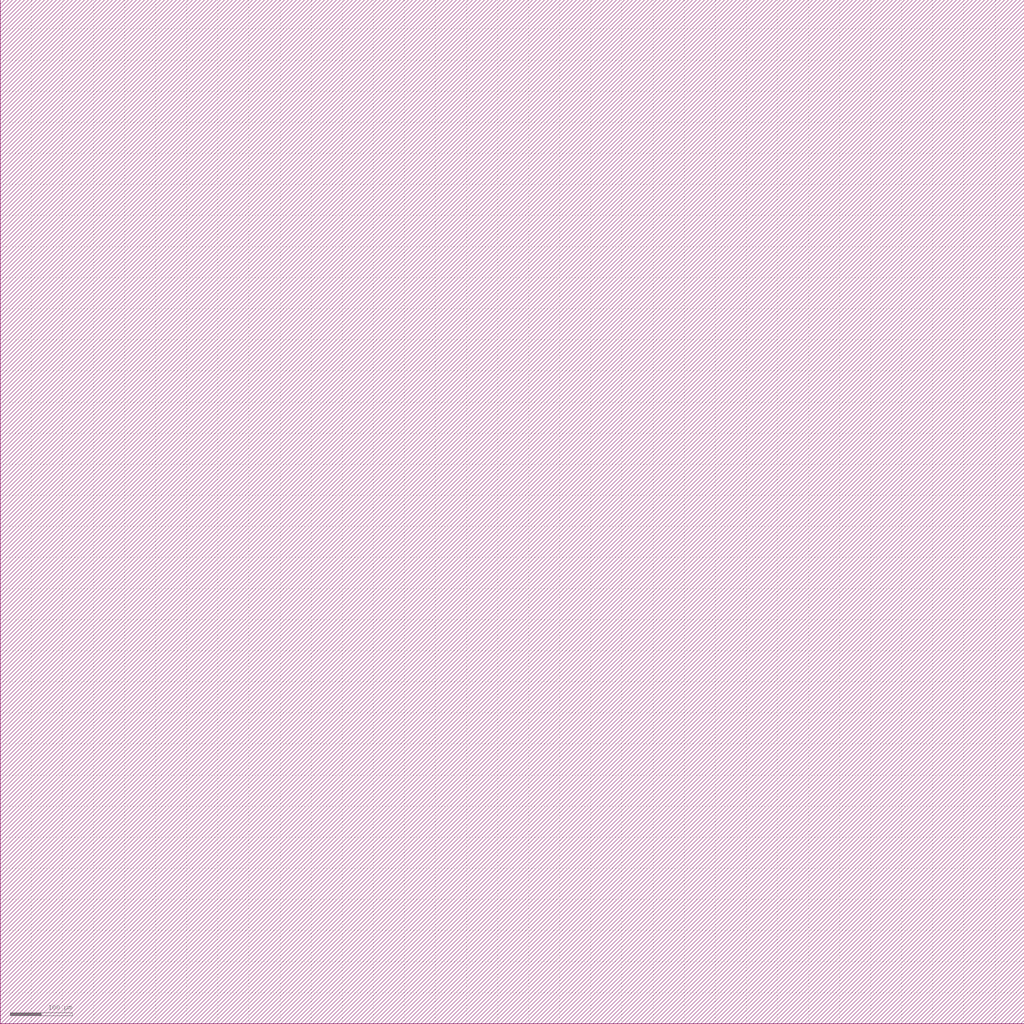
<source format=lef>
VERSION 5.6 ;

BUSBITCHARS "[]" ;

DIVIDERCHAR "/" ;

UNITS
    DATABASE MICRONS 1000 ;
END UNITS

MANUFACTURINGGRID 0.005000 ; 

CLEARANCEMEASURE EUCLIDEAN ; 

USEMINSPACING OBS ON ; 

SITE CoreSite
    CLASS CORE ;
    SIZE 0.600000 BY 0.300000 ;
END CoreSite

LAYER li
   TYPE ROUTING ;
   DIRECTION VERTICAL ;
   MINWIDTH 0.300000 ;
   AREA 0.056250 ;
   WIDTH 0.300000 ;
   SPACINGTABLE
      PARALLELRUNLENGTH 0.0
      WIDTH 0.0 0.225000 ;
   PITCH 0.600000 0.600000 ;
END li

LAYER mcon
    TYPE CUT ;
    SPACING 0.225000 ;
    WIDTH 0.300000 ;
    ENCLOSURE ABOVE 0.075000 0.075000 ;
    ENCLOSURE BELOW 0.000000 0.000000 ;
END mcon

LAYER met1
   TYPE ROUTING ;
   DIRECTION HORIZONTAL ;
   MINWIDTH 0.150000 ;
   AREA 0.084375 ;
   WIDTH 0.150000 ;
   SPACINGTABLE
      PARALLELRUNLENGTH 0.0
      WIDTH 0.0 0.150000 ;
   PITCH 0.300000 0.300000 ;
END met1

LAYER v1
    TYPE CUT ;
    SPACING 0.075000 ;
    WIDTH 0.300000 ;
    ENCLOSURE ABOVE 0.075000 0.075000 ;
    ENCLOSURE BELOW 0.075000 0.075000 ;
END v1

LAYER met2
   TYPE ROUTING ;
   DIRECTION VERTICAL ;
   MINWIDTH 0.150000 ;
   AREA 0.073125 ;
   WIDTH 0.150000 ;
   SPACINGTABLE
      PARALLELRUNLENGTH 0.0
      WIDTH 0.0 0.150000 ;
   PITCH 0.300000 0.300000 ;
END met2

LAYER v2
    TYPE CUT ;
    SPACING 0.150000 ;
    WIDTH 0.300000 ;
    ENCLOSURE ABOVE 0.075000 0.075000 ;
    ENCLOSURE BELOW 0.075000 0.000000 ;
END v2

LAYER met3
   TYPE ROUTING ;
   DIRECTION HORIZONTAL ;
   MINWIDTH 0.300000 ;
   AREA 0.241875 ;
   WIDTH 0.300000 ;
   SPACINGTABLE
      PARALLELRUNLENGTH 0.0
      WIDTH 0.0 0.300000 ;
   PITCH 0.600000 0.600000 ;
END met3

LAYER v3
    TYPE CUT ;
    SPACING 0.150000 ;
    WIDTH 0.450000 ;
    ENCLOSURE ABOVE 0.075000 0.075000 ;
    ENCLOSURE BELOW 0.075000 0.000000 ;
END v3

LAYER met4
   TYPE ROUTING ;
   DIRECTION VERTICAL ;
   MINWIDTH 0.300000 ;
   AREA 0.241875 ;
   WIDTH 0.300000 ;
   SPACINGTABLE
      PARALLELRUNLENGTH 0.0
      WIDTH 0.0 0.300000 ;
   PITCH 0.600000 0.600000 ;
END met4

LAYER v4
    TYPE CUT ;
    SPACING 0.450000 ;
    WIDTH 1.200000 ;
    ENCLOSURE ABOVE 0.150000 0.150000 ;
    ENCLOSURE BELOW 0.000000 0.000000 ;
END v4

LAYER met5
   TYPE ROUTING ;
   DIRECTION HORIZONTAL ;
   MINWIDTH 1.650000 ;
   AREA 4.005000 ;
   WIDTH 1.650000 ;
   SPACINGTABLE
      PARALLELRUNLENGTH 0.0
      WIDTH 0.0 1.650000 ;
   PITCH 3.300000 3.300000 ;
END met5

LAYER OVERLAP
   TYPE OVERLAP ;
END OVERLAP

VIA mcon_C DEFAULT
   LAYER li ;
     RECT -0.150000 -0.150000 0.150000 0.150000 ;
   LAYER mcon ;
     RECT -0.150000 -0.150000 0.150000 0.150000 ;
   LAYER met1 ;
     RECT -0.225000 -0.225000 0.225000 0.225000 ;
END mcon_C

VIA v1_C DEFAULT
   LAYER met1 ;
     RECT -0.225000 -0.225000 0.225000 0.225000 ;
   LAYER v1 ;
     RECT -0.150000 -0.150000 0.150000 0.150000 ;
   LAYER met2 ;
     RECT -0.225000 -0.225000 0.225000 0.225000 ;
END v1_C

VIA v2_C DEFAULT
   LAYER met2 ;
     RECT -0.150000 -0.225000 0.150000 0.225000 ;
   LAYER v2 ;
     RECT -0.150000 -0.150000 0.150000 0.150000 ;
   LAYER met3 ;
     RECT -0.225000 -0.225000 0.225000 0.225000 ;
END v2_C

VIA v2_Ch
   LAYER met2 ;
     RECT -0.225000 -0.150000 0.225000 0.150000 ;
   LAYER v2 ;
     RECT -0.150000 -0.150000 0.150000 0.150000 ;
   LAYER met3 ;
     RECT -0.225000 -0.225000 0.225000 0.225000 ;
END v2_Ch

VIA v2_Cv
   LAYER met2 ;
     RECT -0.150000 -0.225000 0.150000 0.225000 ;
   LAYER v2 ;
     RECT -0.150000 -0.150000 0.150000 0.150000 ;
   LAYER met3 ;
     RECT -0.225000 -0.225000 0.225000 0.225000 ;
END v2_Cv

VIA v3_C DEFAULT
   LAYER met3 ;
     RECT -0.300000 -0.225000 0.300000 0.225000 ;
   LAYER v3 ;
     RECT -0.225000 -0.225000 0.225000 0.225000 ;
   LAYER met4 ;
     RECT -0.300000 -0.300000 0.300000 0.300000 ;
END v3_C

VIA v3_Ch
   LAYER met3 ;
     RECT -0.300000 -0.225000 0.300000 0.225000 ;
   LAYER v3 ;
     RECT -0.225000 -0.225000 0.225000 0.225000 ;
   LAYER met4 ;
     RECT -0.300000 -0.300000 0.300000 0.300000 ;
END v3_Ch

VIA v3_Cv
   LAYER met3 ;
     RECT -0.300000 -0.225000 0.300000 0.225000 ;
   LAYER v3 ;
     RECT -0.225000 -0.225000 0.225000 0.225000 ;
   LAYER met4 ;
     RECT -0.300000 -0.300000 0.300000 0.300000 ;
END v3_Cv

VIA v4_C DEFAULT
   LAYER met4 ;
     RECT -0.600000 -0.600000 0.600000 0.600000 ;
   LAYER v4 ;
     RECT -0.600000 -0.600000 0.600000 0.600000 ;
   LAYER met5 ;
     RECT -0.750000 -0.750000 0.750000 0.750000 ;
END v4_C

MACRO _0_0cell_0_0gcelem3x0
    CLASS CORE ;
    FOREIGN _0_0cell_0_0gcelem3x0 0.000000 0.000000 ;
    ORIGIN 0.000000 0.000000 ;
    SIZE 6.600000 BY 4.500000 ;
    SYMMETRY X Y ;
    SITE CoreSite ;
    PIN in_50_6
        DIRECTION INPUT ;
        USE SIGNAL ;
        PORT
        LAYER li ;
        RECT 0.600000 4.125000 0.900000 4.200000 ;
        RECT 0.600000 3.900000 0.675000 4.125000 ;
        RECT 0.675000 3.900000 0.900000 4.125000 ;
        RECT 2.775000 0.450000 3.000000 0.525000 ;
        RECT 2.775000 0.225000 3.000000 0.450000 ;
        RECT 2.775000 0.150000 3.000000 0.225000 ;
        RECT 2.250000 3.450000 2.475000 3.675000 ;
        RECT 2.250000 1.575000 2.475000 3.450000 ;
        RECT 2.250000 1.350000 2.625000 1.575000 ;
        RECT 2.625000 1.350000 2.850000 1.575000 ;
        RECT 2.850000 1.350000 2.925000 1.575000 ;
        LAYER mcon ;
        RECT 0.675000 3.900000 0.900000 4.125000 ;
        RECT 2.250000 3.450000 2.475000 3.675000 ;
        RECT 2.625000 1.350000 2.850000 1.575000 ;
        RECT 2.775000 0.225000 3.000000 0.450000 ;
        LAYER met1 ;
        RECT 0.600000 4.125000 0.975000 4.200000 ;
        RECT 0.600000 3.900000 0.675000 4.125000 ;
        RECT 0.600000 3.825000 0.975000 3.900000 ;
        RECT 0.675000 3.900000 0.900000 4.125000 ;
        RECT 0.900000 3.900000 0.975000 4.125000 ;
        RECT 0.750000 3.750000 0.975000 3.825000 ;
        RECT 0.750000 3.675000 2.550000 3.750000 ;
        RECT 0.750000 3.600000 2.250000 3.675000 ;
        RECT 2.175000 3.450000 2.250000 3.600000 ;
        RECT 2.175000 3.375000 2.550000 3.450000 ;
        RECT 2.250000 3.450000 2.475000 3.675000 ;
        RECT 2.475000 3.450000 2.550000 3.675000 ;
        RECT 2.700000 0.525000 2.850000 1.275000 ;
        RECT 2.700000 0.450000 3.075000 0.525000 ;
        RECT 2.700000 0.225000 2.775000 0.450000 ;
        RECT 2.700000 0.150000 3.075000 0.225000 ;
        RECT 2.775000 0.225000 3.000000 0.450000 ;
        RECT 3.000000 0.225000 3.075000 0.450000 ;
        RECT 2.550000 1.575000 2.925000 1.650000 ;
        RECT 2.550000 1.350000 2.625000 1.575000 ;
        RECT 2.550000 1.275000 2.925000 1.350000 ;
        RECT 2.625000 1.350000 2.850000 1.575000 ;
        RECT 2.850000 1.350000 2.925000 1.575000 ;
        END
        ANTENNAGATEAREA 0.371250 ;
    END in_50_6
    PIN in_51_6
        DIRECTION INPUT ;
        USE SIGNAL ;
        PORT
        LAYER li ;
        RECT 1.725000 4.200000 2.175000 4.350000 ;
        RECT 1.725000 3.975000 1.875000 4.200000 ;
        RECT 1.725000 3.900000 2.175000 3.975000 ;
        RECT 1.875000 3.975000 2.100000 4.200000 ;
        RECT 2.100000 3.975000 2.175000 4.200000 ;
        END
        ANTENNAGATEAREA 0.371250 ;
    END in_51_6
    PIN in_52_6
        DIRECTION INPUT ;
        USE SIGNAL ;
        PORT
        LAYER li ;
        RECT 3.000000 3.900000 3.675000 3.975000 ;
        RECT 3.000000 3.675000 3.075000 3.900000 ;
        RECT 3.075000 3.675000 3.300000 3.900000 ;
        RECT 3.300000 3.975000 3.675000 4.350000 ;
        RECT 3.300000 3.675000 3.675000 3.900000 ;
        END
        ANTENNAGATEAREA 0.371250 ;
    END in_52_6
    PIN out
        DIRECTION OUTPUT ;
        USE SIGNAL ;
        PORT
        LAYER li ;
        RECT 0.600000 0.750000 0.675000 0.975000 ;
        RECT 0.600000 0.600000 0.900000 0.750000 ;
        RECT 0.675000 0.750000 0.900000 0.975000 ;
        RECT 2.250000 0.750000 2.475000 0.975000 ;
        RECT 2.475000 0.750000 3.675000 0.975000 ;
        RECT 3.675000 0.750000 3.900000 0.975000 ;
        RECT 3.600000 0.975000 3.825000 2.400000 ;
        RECT 3.900000 0.825000 5.475000 0.975000 ;
        RECT 3.900000 0.750000 5.700000 0.825000 ;
        RECT 5.475000 0.825000 5.700000 1.050000 ;
        RECT 5.475000 1.050000 5.700000 1.125000 ;
        RECT 3.600000 2.625000 3.825000 2.700000 ;
        RECT 3.600000 2.400000 3.825000 2.625000 ;
        LAYER mcon ;
        RECT 0.675000 0.750000 0.900000 0.975000 ;
        RECT 2.250000 0.750000 2.475000 0.975000 ;
        LAYER met1 ;
        RECT 0.600000 0.975000 0.975000 1.050000 ;
        RECT 0.600000 0.750000 0.675000 0.975000 ;
        RECT 0.600000 0.675000 2.550000 0.750000 ;
        RECT 0.675000 0.750000 0.900000 0.975000 ;
        RECT 0.900000 0.825000 0.975000 0.975000 ;
        RECT 0.900000 0.750000 2.250000 0.825000 ;
        RECT 2.250000 0.750000 2.475000 0.975000 ;
        RECT 2.475000 0.750000 2.550000 0.975000 ;
        RECT 2.175000 0.975000 2.550000 1.050000 ;
        RECT 2.175000 0.825000 2.250000 0.975000 ;
        END
        ANTENNAGATEAREA 0.360000 ;
        ANTENNADIFFAREA 0.995625 ;
    END out
    PIN Vdd
        DIRECTION INPUT ;
        USE POWER ;
        PORT
        LAYER li ;
        RECT 0.600000 2.475000 0.675000 2.700000 ;
        RECT 0.675000 2.475000 0.900000 2.700000 ;
        RECT 0.900000 2.475000 0.975000 2.700000 ;
        RECT 1.200000 1.050000 1.875000 1.125000 ;
        RECT 1.200000 0.825000 1.425000 1.050000 ;
        RECT 1.200000 0.750000 1.425000 0.825000 ;
        RECT 1.425000 0.900000 1.875000 1.050000 ;
        RECT 1.650000 1.125000 1.875000 1.950000 ;
        RECT 1.650000 1.950000 1.875000 2.175000 ;
        RECT 4.200000 4.125000 4.500000 4.200000 ;
        RECT 4.200000 3.900000 4.275000 4.125000 ;
        RECT 4.275000 2.400000 4.500000 2.625000 ;
        RECT 4.275000 3.900000 4.500000 4.125000 ;
        RECT 4.500000 2.400000 4.950000 2.625000 ;
        RECT 4.950000 2.400000 5.175000 2.625000 ;
        RECT 5.175000 2.400000 5.250000 2.625000 ;
        LAYER mcon ;
        RECT 0.675000 2.475000 0.900000 2.700000 ;
        RECT 4.275000 3.900000 4.500000 4.125000 ;
        RECT 1.650000 1.950000 1.875000 2.175000 ;
        RECT 4.275000 2.400000 4.500000 2.625000 ;
        LAYER met1 ;
        RECT 0.600000 2.700000 4.425000 2.775000 ;
        RECT 0.600000 2.475000 0.675000 2.700000 ;
        RECT 0.600000 2.400000 0.975000 2.475000 ;
        RECT 0.675000 2.475000 0.900000 2.700000 ;
        RECT 4.200000 4.125000 4.575000 4.200000 ;
        RECT 0.900000 2.625000 4.575000 2.700000 ;
        RECT 0.900000 2.475000 0.975000 2.625000 ;
        RECT 4.200000 3.900000 4.275000 4.125000 ;
        RECT 4.200000 3.825000 4.575000 3.900000 ;
        RECT 4.275000 3.900000 4.500000 4.125000 ;
        RECT 1.575000 2.175000 1.950000 2.250000 ;
        RECT 1.575000 1.950000 1.650000 2.175000 ;
        RECT 1.575000 1.875000 1.950000 1.950000 ;
        RECT 4.500000 3.900000 4.575000 4.125000 ;
        RECT 1.650000 2.250000 1.800000 2.625000 ;
        RECT 1.650000 1.950000 1.875000 2.175000 ;
        RECT 1.875000 1.950000 1.950000 2.175000 ;
        RECT 4.275000 2.775000 4.425000 3.825000 ;
        RECT 4.200000 2.400000 4.275000 2.625000 ;
        RECT 4.200000 2.325000 4.575000 2.400000 ;
        RECT 4.275000 2.400000 4.500000 2.625000 ;
        RECT 4.500000 2.400000 4.575000 2.625000 ;
        END
        ANTENNAGATEAREA 0.945000 ;
        ANTENNADIFFAREA 0.630000 ;
    END Vdd
    PIN GND
        DIRECTION INPUT ;
        USE GROUND ;
        PORT
        LAYER li ;
        RECT 0.600000 1.425000 0.675000 1.650000 ;
        RECT 0.675000 1.425000 0.900000 1.650000 ;
        RECT 0.900000 1.425000 1.200000 1.650000 ;
        RECT 1.200000 1.650000 1.425000 3.075000 ;
        RECT 1.200000 1.425000 1.425000 1.650000 ;
        RECT 1.200000 3.300000 1.425000 3.375000 ;
        RECT 1.200000 3.075000 1.425000 3.300000 ;
        RECT 5.400000 4.125000 5.700000 4.200000 ;
        RECT 5.400000 3.900000 5.475000 4.125000 ;
        RECT 5.475000 3.900000 5.700000 4.125000 ;
        LAYER mcon ;
        RECT 1.200000 1.425000 1.425000 1.650000 ;
        RECT 5.475000 3.900000 5.700000 4.125000 ;
        LAYER met1 ;
        RECT 1.125000 1.650000 2.250000 1.725000 ;
        RECT 1.125000 1.425000 1.200000 1.650000 ;
        RECT 1.125000 1.350000 1.500000 1.425000 ;
        RECT 1.200000 1.425000 1.425000 1.650000 ;
        RECT 5.400000 4.125000 5.775000 4.200000 ;
        RECT 1.425000 1.575000 2.250000 1.650000 ;
        RECT 1.425000 1.425000 1.500000 1.575000 ;
        RECT 5.400000 3.825000 5.775000 3.900000 ;
        RECT 2.100000 2.325000 3.975000 2.475000 ;
        RECT 2.100000 1.725000 2.250000 2.325000 ;
        RECT 5.400000 3.900000 5.475000 4.125000 ;
        RECT 5.475000 3.900000 5.700000 4.125000 ;
        RECT 5.700000 3.900000 5.775000 4.125000 ;
        RECT 3.825000 2.025000 3.975000 2.325000 ;
        RECT 3.825000 1.875000 5.700000 2.025000 ;
        RECT 5.475000 2.025000 5.700000 3.825000 ;
        END
        ANTENNAGATEAREA 0.472500 ;
        ANTENNADIFFAREA 0.540000 ;
    END GND
    OBS
        LAYER li ;
        RECT 5.625000 1.725000 5.850000 2.400000 ;
        RECT 5.625000 1.500000 5.850000 1.725000 ;
        RECT 5.625000 1.425000 5.850000 1.500000 ;
        RECT 3.150000 3.300000 5.850000 3.450000 ;
        RECT 3.150000 3.075000 3.375000 3.300000 ;
        RECT 3.150000 3.000000 3.375000 3.075000 ;
        RECT 3.375000 3.225000 5.850000 3.300000 ;
        RECT 5.625000 2.625000 5.850000 3.225000 ;
        RECT 5.625000 2.400000 5.850000 2.625000 ;
    END
END _0_0cell_0_0gcelem3x0

MACRO _0_0cell_0_0ginvx0
    CLASS CORE ;
    FOREIGN _0_0cell_0_0ginvx0 0.000000 0.000000 ;
    ORIGIN 0.000000 0.000000 ;
    SIZE 2.400000 BY 2.700000 ;
    SYMMETRY X Y ;
    SITE CoreSite ;
    PIN in_50_6
        DIRECTION INPUT ;
        USE SIGNAL ;
        PORT
        LAYER li ;
        RECT 0.525000 2.325000 0.900000 2.400000 ;
        RECT 0.525000 2.100000 0.675000 2.325000 ;
        RECT 0.675000 2.100000 0.900000 2.325000 ;
        RECT 1.200000 1.125000 1.425000 1.350000 ;
        RECT 1.425000 1.125000 1.800000 1.350000 ;
        RECT 1.725000 1.350000 2.100000 1.425000 ;
        RECT 1.800000 1.125000 2.025000 1.350000 ;
        RECT 1.725000 1.050000 2.100000 1.125000 ;
        RECT 2.025000 1.125000 2.100000 1.350000 ;
        LAYER mcon ;
        RECT 0.675000 2.100000 0.900000 2.325000 ;
        RECT 1.200000 1.125000 1.425000 1.350000 ;
        LAYER met1 ;
        RECT 0.600000 2.325000 0.975000 2.400000 ;
        RECT 0.600000 2.100000 0.675000 2.325000 ;
        RECT 0.600000 2.025000 0.975000 2.100000 ;
        RECT 0.675000 2.100000 0.900000 2.325000 ;
        RECT 0.675000 1.350000 0.900000 2.025000 ;
        RECT 0.675000 1.125000 1.200000 1.350000 ;
        RECT 0.900000 2.100000 0.975000 2.325000 ;
        RECT 1.200000 1.125000 1.425000 1.350000 ;
        RECT 1.125000 1.050000 1.500000 1.125000 ;
        RECT 1.125000 1.350000 1.500000 1.425000 ;
        RECT 1.425000 1.125000 1.500000 1.350000 ;
        END
        ANTENNAGATEAREA 0.135000 ;
    END in_50_6
    PIN out
        DIRECTION OUTPUT ;
        USE SIGNAL ;
        PORT
        LAYER li ;
        RECT 0.525000 0.300000 0.900000 0.600000 ;
        RECT 0.675000 1.725000 0.900000 1.800000 ;
        RECT 0.675000 1.500000 0.900000 1.725000 ;
        RECT 0.675000 0.825000 0.900000 1.500000 ;
        RECT 0.675000 0.600000 0.900000 0.825000 ;
        END
        ANTENNADIFFAREA 0.337500 ;
    END out
    PIN Vdd
        DIRECTION INPUT ;
        USE POWER ;
        PORT
        LAYER li ;
        RECT 1.125000 1.575000 1.200000 1.800000 ;
        RECT 1.200000 2.100000 1.650000 2.325000 ;
        RECT 1.200000 1.800000 1.425000 2.100000 ;
        RECT 1.200000 1.575000 1.425000 1.800000 ;
        RECT 1.650000 2.100000 1.875000 2.325000 ;
        RECT 1.425000 1.575000 1.500000 1.800000 ;
        LAYER mcon ;
        RECT 1.650000 2.100000 1.875000 2.325000 ;
        LAYER met1 ;
        RECT 1.575000 2.325000 1.950000 2.400000 ;
        RECT 1.575000 2.100000 1.650000 2.325000 ;
        RECT 1.650000 2.100000 1.875000 2.325000 ;
        RECT 1.575000 2.025000 1.950000 2.100000 ;
        RECT 1.875000 2.100000 1.950000 2.325000 ;
        END
        ANTENNADIFFAREA 0.168750 ;
    END Vdd
    PIN GND
        DIRECTION INPUT ;
        USE GROUND ;
        PORT
        LAYER li ;
        RECT 1.800000 0.375000 2.025000 0.600000 ;
        RECT 1.800000 0.300000 2.100000 0.375000 ;
        RECT 1.125000 0.600000 1.200000 0.825000 ;
        RECT 2.025000 0.375000 2.100000 0.600000 ;
        RECT 1.200000 0.600000 1.425000 0.825000 ;
        RECT 1.425000 0.600000 2.100000 0.825000 ;
        LAYER mcon ;
        RECT 1.800000 0.375000 2.025000 0.600000 ;
        LAYER met1 ;
        RECT 1.725000 0.600000 2.100000 0.675000 ;
        RECT 1.725000 0.375000 1.800000 0.600000 ;
        RECT 1.725000 0.300000 2.100000 0.375000 ;
        RECT 1.800000 0.375000 2.025000 0.600000 ;
        RECT 2.025000 0.375000 2.100000 0.600000 ;
        END
        ANTENNADIFFAREA 0.168750 ;
    END GND
END _0_0cell_0_0ginvx0

MACRO _0_0std_0_0cells_0_0NOR2X1
    CLASS CORE ;
    FOREIGN _0_0std_0_0cells_0_0NOR2X1 0.000000 0.000000 ;
    ORIGIN 0.000000 0.000000 ;
    SIZE 3.600000 BY 3.900000 ;
    SYMMETRY X Y ;
    SITE CoreSite ;
    PIN A
        DIRECTION INPUT ;
        USE SIGNAL ;
        PORT
        LAYER li ;
        RECT 0.600000 3.525000 0.900000 3.600000 ;
        RECT 0.600000 3.375000 0.975000 3.525000 ;
        RECT 0.600000 3.300000 0.750000 3.375000 ;
        RECT 0.750000 3.150000 0.975000 3.375000 ;
        RECT 0.750000 3.075000 0.975000 3.150000 ;
        END
        ANTENNAGATEAREA 0.236250 ;
    END A
    PIN B
        DIRECTION INPUT ;
        USE SIGNAL ;
        PORT
        LAYER li ;
        RECT 2.400000 3.300000 2.925000 3.600000 ;
        RECT 2.400000 3.150000 2.550000 3.300000 ;
        RECT 2.550000 3.075000 2.775000 3.300000 ;
        RECT 2.550000 3.000000 2.775000 3.075000 ;
        RECT 2.775000 3.150000 2.925000 3.300000 ;
        END
        ANTENNAGATEAREA 0.236250 ;
    END B
    PIN Y
        DIRECTION OUTPUT ;
        USE SIGNAL ;
        PORT
        LAYER li ;
        RECT 0.600000 1.725000 0.675000 1.950000 ;
        RECT 0.675000 1.725000 0.900000 1.950000 ;
        RECT 0.900000 1.725000 0.975000 1.950000 ;
        RECT 1.125000 0.600000 1.200000 0.825000 ;
        RECT 2.400000 0.375000 2.625000 0.600000 ;
        RECT 2.400000 0.300000 2.700000 0.375000 ;
        RECT 1.200000 0.600000 1.425000 0.825000 ;
        RECT 2.625000 0.375000 2.700000 0.600000 ;
        RECT 1.425000 0.600000 1.500000 0.825000 ;
        LAYER mcon ;
        RECT 0.675000 1.725000 0.900000 1.950000 ;
        RECT 1.200000 0.600000 1.425000 0.825000 ;
        RECT 2.400000 0.375000 2.625000 0.600000 ;
        LAYER met1 ;
        RECT 0.600000 1.950000 0.975000 2.025000 ;
        RECT 0.600000 1.725000 0.675000 1.950000 ;
        RECT 0.600000 1.650000 1.500000 1.725000 ;
        RECT 0.675000 1.725000 0.900000 1.950000 ;
        RECT 0.900000 1.800000 0.975000 1.950000 ;
        RECT 0.900000 1.725000 1.500000 1.800000 ;
        RECT 1.125000 0.825000 1.500000 0.900000 ;
        RECT 1.125000 0.600000 1.200000 0.825000 ;
        RECT 1.125000 0.525000 1.500000 0.600000 ;
        RECT 1.200000 0.600000 1.425000 0.825000 ;
        RECT 1.350000 1.275000 1.500000 1.650000 ;
        RECT 1.350000 1.125000 2.475000 1.275000 ;
        RECT 1.350000 0.900000 1.500000 1.125000 ;
        RECT 1.425000 0.600000 1.500000 0.825000 ;
        RECT 2.325000 0.675000 2.475000 1.125000 ;
        RECT 2.325000 0.600000 2.700000 0.675000 ;
        RECT 2.325000 0.375000 2.400000 0.600000 ;
        RECT 2.325000 0.300000 2.700000 0.375000 ;
        RECT 2.400000 0.375000 2.625000 0.600000 ;
        RECT 2.625000 0.375000 2.700000 0.600000 ;
        END
        ANTENNADIFFAREA 0.590625 ;
    END Y
    PIN Vdd
        DIRECTION INPUT ;
        USE POWER ;
        PORT
        LAYER li ;
        RECT 1.725000 3.300000 1.950000 3.600000 ;
        RECT 1.725000 3.075000 1.950000 3.300000 ;
        RECT 1.725000 2.475000 1.950000 3.075000 ;
        RECT 1.725000 2.250000 1.950000 2.475000 ;
        RECT 1.725000 2.175000 1.950000 2.250000 ;
        LAYER mcon ;
        RECT 1.725000 3.075000 1.950000 3.300000 ;
        LAYER met1 ;
        RECT 1.650000 3.300000 2.025000 3.600000 ;
        RECT 1.650000 3.075000 1.725000 3.300000 ;
        RECT 1.650000 3.000000 2.025000 3.075000 ;
        RECT 1.725000 3.075000 1.950000 3.300000 ;
        RECT 1.950000 3.075000 2.025000 3.300000 ;
        END
        ANTENNADIFFAREA 0.421875 ;
    END Vdd
    PIN GND
        DIRECTION INPUT ;
        USE GROUND ;
        PORT
        LAYER li ;
        RECT 0.450000 0.525000 0.675000 0.600000 ;
        RECT 0.450000 0.150000 0.900000 0.525000 ;
        RECT 0.675000 0.525000 0.900000 0.750000 ;
        RECT 0.675000 1.200000 1.950000 1.425000 ;
        RECT 0.675000 0.750000 0.900000 1.200000 ;
        RECT 1.725000 0.450000 1.950000 0.525000 ;
        RECT 1.725000 0.525000 1.950000 0.750000 ;
        RECT 1.725000 0.750000 1.950000 1.200000 ;
        END
        ANTENNADIFFAREA 0.337500 ;
    END GND
END _0_0std_0_0cells_0_0NOR2X1

MACRO _0_0std_0_0cells_0_0INVX1
    CLASS CORE ;
    FOREIGN _0_0std_0_0cells_0_0INVX1 0.000000 0.000000 ;
    ORIGIN 0.000000 0.000000 ;
    SIZE 2.400000 BY 2.700000 ;
    SYMMETRY X Y ;
    SITE CoreSite ;
    PIN A
        DIRECTION INPUT ;
        USE SIGNAL ;
        PORT
        LAYER li ;
        RECT 0.525000 2.325000 0.900000 2.400000 ;
        RECT 0.525000 2.100000 0.675000 2.325000 ;
        RECT 0.525000 2.025000 0.900000 2.100000 ;
        RECT 0.675000 2.100000 0.900000 2.325000 ;
        RECT 1.200000 1.050000 1.425000 1.275000 ;
        RECT 1.425000 1.050000 1.800000 1.275000 ;
        RECT 1.800000 1.050000 2.025000 1.275000 ;
        RECT 2.025000 1.050000 2.100000 1.275000 ;
        LAYER mcon ;
        RECT 0.675000 2.100000 0.900000 2.325000 ;
        RECT 1.200000 1.050000 1.425000 1.275000 ;
        LAYER met1 ;
        RECT 0.600000 2.325000 0.975000 2.400000 ;
        RECT 0.600000 2.100000 0.675000 2.325000 ;
        RECT 0.600000 2.025000 0.975000 2.100000 ;
        RECT 0.675000 2.100000 0.900000 2.325000 ;
        RECT 0.675000 1.275000 0.825000 2.025000 ;
        RECT 0.675000 1.125000 1.200000 1.275000 ;
        RECT 0.900000 2.100000 0.975000 2.325000 ;
        RECT 1.125000 1.050000 1.200000 1.125000 ;
        RECT 1.125000 0.975000 1.500000 1.050000 ;
        RECT 1.125000 1.275000 1.500000 1.350000 ;
        RECT 1.200000 1.050000 1.425000 1.275000 ;
        RECT 1.425000 1.050000 1.500000 1.275000 ;
        END
        ANTENNAGATEAREA 0.157500 ;
    END A
    PIN Y
        DIRECTION OUTPUT ;
        USE SIGNAL ;
        PORT
        LAYER li ;
        RECT 0.525000 0.525000 0.675000 0.675000 ;
        RECT 0.525000 0.300000 0.900000 0.525000 ;
        RECT 0.675000 1.725000 0.900000 1.800000 ;
        RECT 0.675000 1.500000 0.900000 1.725000 ;
        RECT 0.675000 0.750000 0.900000 1.500000 ;
        RECT 0.675000 0.525000 0.900000 0.750000 ;
        END
        ANTENNADIFFAREA 0.393750 ;
    END Y
    PIN Vdd
        DIRECTION INPUT ;
        USE POWER ;
        PORT
        LAYER li ;
        RECT 1.200000 2.325000 2.100000 2.400000 ;
        RECT 1.200000 2.100000 1.800000 2.325000 ;
        RECT 1.200000 1.950000 1.425000 2.100000 ;
        RECT 1.200000 1.725000 1.425000 1.950000 ;
        RECT 1.200000 1.650000 1.425000 1.725000 ;
        RECT 1.800000 2.100000 2.025000 2.325000 ;
        RECT 2.025000 2.100000 2.100000 2.325000 ;
        LAYER mcon ;
        RECT 1.800000 2.100000 2.025000 2.325000 ;
        LAYER met1 ;
        RECT 1.725000 2.325000 2.100000 2.400000 ;
        RECT 1.725000 2.100000 1.800000 2.325000 ;
        RECT 1.800000 2.100000 2.025000 2.325000 ;
        RECT 1.725000 2.025000 2.100000 2.100000 ;
        RECT 2.025000 2.100000 2.100000 2.325000 ;
        END
        ANTENNADIFFAREA 0.225000 ;
    END Vdd
    PIN GND
        DIRECTION INPUT ;
        USE GROUND ;
        PORT
        LAYER li ;
        RECT 1.200000 0.450000 1.425000 0.525000 ;
        RECT 1.200000 0.750000 1.425000 0.825000 ;
        RECT 1.200000 0.525000 1.425000 0.750000 ;
        RECT 1.725000 0.375000 1.800000 0.525000 ;
        RECT 1.725000 0.300000 2.100000 0.375000 ;
        RECT 1.425000 0.600000 2.100000 0.750000 ;
        RECT 1.425000 0.525000 1.800000 0.600000 ;
        RECT 1.800000 0.375000 2.025000 0.600000 ;
        RECT 2.025000 0.375000 2.100000 0.600000 ;
        LAYER mcon ;
        RECT 1.800000 0.375000 2.025000 0.600000 ;
        LAYER met1 ;
        RECT 1.725000 0.600000 2.100000 0.675000 ;
        RECT 1.725000 0.375000 1.800000 0.600000 ;
        RECT 1.725000 0.300000 2.100000 0.375000 ;
        RECT 1.800000 0.375000 2.025000 0.600000 ;
        RECT 2.025000 0.375000 2.100000 0.600000 ;
        END
        ANTENNADIFFAREA 0.168750 ;
    END GND
END _0_0std_0_0cells_0_0INVX1

MACRO _0_0std_0_0cells_0_0AND2X1
    CLASS CORE ;
    FOREIGN _0_0std_0_0cells_0_0AND2X1 0.000000 0.000000 ;
    ORIGIN 0.000000 0.000000 ;
    SIZE 3.000000 BY 4.200000 ;
    SYMMETRY X Y ;
    SITE CoreSite ;
    PIN A
        DIRECTION INPUT ;
        USE SIGNAL ;
        PORT
        LAYER li ;
        RECT 0.300000 3.525000 0.975000 3.600000 ;
        RECT 0.300000 3.300000 0.675000 3.525000 ;
        RECT 0.300000 3.225000 0.975000 3.300000 ;
        RECT 0.675000 3.300000 0.900000 3.525000 ;
        RECT 0.900000 3.300000 0.975000 3.525000 ;
        END
        ANTENNAGATEAREA 0.202500 ;
    END A
    PIN B
        DIRECTION INPUT ;
        USE SIGNAL ;
        PORT
        LAYER li ;
        RECT 1.725000 3.525000 2.100000 3.600000 ;
        RECT 1.725000 3.300000 1.800000 3.525000 ;
        RECT 1.725000 3.225000 2.100000 3.300000 ;
        RECT 1.800000 3.600000 2.100000 3.900000 ;
        RECT 1.800000 3.300000 2.025000 3.525000 ;
        RECT 2.025000 3.300000 2.100000 3.525000 ;
        END
        ANTENNAGATEAREA 0.202500 ;
    END B
    PIN Y
        DIRECTION OUTPUT ;
        USE SIGNAL ;
        PORT
        LAYER li ;
        RECT 2.250000 1.425000 2.700000 1.500000 ;
        RECT 2.250000 1.200000 2.325000 1.425000 ;
        RECT 2.325000 1.500000 2.700000 2.325000 ;
        RECT 2.325000 1.200000 2.625000 1.425000 ;
        RECT 2.625000 1.200000 2.700000 1.425000 ;
        RECT 2.325000 2.550000 2.700000 2.625000 ;
        RECT 2.400000 2.625000 2.700000 3.900000 ;
        RECT 2.325000 2.325000 2.625000 2.550000 ;
        RECT 2.625000 2.325000 2.700000 2.550000 ;
        END
        ANTENNADIFFAREA 0.472500 ;
    END Y
    PIN Vdd
        DIRECTION INPUT ;
        USE POWER ;
        PORT
        LAYER li ;
        RECT 0.600000 2.700000 2.100000 2.925000 ;
        RECT 0.600000 2.550000 0.975000 2.700000 ;
        RECT 0.600000 2.325000 0.675000 2.550000 ;
        RECT 0.600000 2.250000 0.975000 2.325000 ;
        RECT 1.200000 3.675000 1.425000 3.900000 ;
        RECT 0.675000 2.325000 0.900000 2.550000 ;
        RECT 1.425000 3.675000 1.500000 3.900000 ;
        RECT 0.900000 2.325000 0.975000 2.550000 ;
        RECT 1.200000 2.925000 1.500000 3.675000 ;
        RECT 1.725000 2.550000 2.100000 2.700000 ;
        RECT 1.725000 2.325000 1.800000 2.550000 ;
        RECT 1.725000 2.250000 2.100000 2.325000 ;
        RECT 1.800000 2.325000 2.025000 2.550000 ;
        RECT 2.025000 2.325000 2.100000 2.550000 ;
        LAYER mcon ;
        RECT 1.200000 3.675000 1.425000 3.900000 ;
        LAYER met1 ;
        RECT 1.125000 3.900000 1.500000 3.975000 ;
        RECT 1.125000 3.675000 1.200000 3.900000 ;
        RECT 1.125000 3.600000 1.500000 3.675000 ;
        RECT 1.200000 3.675000 1.425000 3.900000 ;
        RECT 1.425000 3.675000 1.500000 3.900000 ;
        END
        ANTENNADIFFAREA 0.495000 ;
    END Vdd
    PIN GND
        DIRECTION INPUT ;
        USE GROUND ;
        PORT
        LAYER li ;
        RECT 0.600000 0.375000 0.675000 0.600000 ;
        RECT 0.600000 0.300000 2.025000 0.375000 ;
        RECT 0.675000 0.375000 0.900000 0.600000 ;
        RECT 1.725000 1.125000 1.800000 1.350000 ;
        RECT 0.900000 0.375000 2.025000 0.525000 ;
        RECT 1.800000 1.125000 2.025000 1.350000 ;
        RECT 1.725000 1.050000 2.025000 1.125000 ;
        RECT 1.800000 0.525000 2.025000 1.050000 ;
        RECT 1.725000 1.350000 2.025000 1.425000 ;
        LAYER mcon ;
        RECT 0.675000 0.375000 0.900000 0.600000 ;
        LAYER met1 ;
        RECT 0.600000 0.600000 0.975000 0.675000 ;
        RECT 0.600000 0.375000 0.675000 0.600000 ;
        RECT 0.600000 0.300000 0.975000 0.375000 ;
        RECT 0.675000 0.375000 0.900000 0.600000 ;
        RECT 0.900000 0.375000 0.975000 0.600000 ;
        END
        ANTENNADIFFAREA 0.258750 ;
    END GND
    OBS
        LAYER li ;
        RECT 0.600000 1.725000 1.500000 1.950000 ;
        RECT 0.600000 1.650000 1.800000 1.725000 ;
        RECT 0.600000 1.425000 0.975000 1.650000 ;
        RECT 0.600000 1.200000 0.675000 1.425000 ;
        RECT 0.600000 1.125000 0.975000 1.200000 ;
        RECT 1.500000 1.725000 1.725000 1.950000 ;
        RECT 0.675000 1.200000 0.900000 1.425000 ;
        RECT 1.725000 1.725000 1.800000 1.950000 ;
        RECT 0.900000 1.200000 0.975000 1.425000 ;
        RECT 2.325000 0.300000 2.700000 0.375000 ;
        RECT 1.200000 2.175000 1.275000 2.400000 ;
        RECT 1.200000 2.025000 1.500000 2.175000 ;
        RECT 1.200000 1.950000 1.800000 2.025000 ;
        RECT 1.200000 2.400000 1.500000 2.475000 ;
        RECT 1.275000 2.175000 1.500000 2.400000 ;
        RECT 2.325000 0.375000 2.400000 0.600000 ;
        RECT 2.400000 0.375000 2.625000 0.600000 ;
        RECT 2.325000 0.900000 2.700000 0.975000 ;
        RECT 2.325000 0.675000 2.400000 0.900000 ;
        RECT 2.325000 0.600000 2.700000 0.675000 ;
        RECT 2.625000 0.375000 2.700000 0.600000 ;
        RECT 2.400000 0.675000 2.625000 0.900000 ;
        RECT 2.625000 0.675000 2.700000 0.900000 ;
        LAYER met1 ;
        RECT 1.425000 1.950000 2.700000 2.025000 ;
        RECT 1.425000 1.725000 1.500000 1.950000 ;
        RECT 1.425000 1.650000 2.700000 1.725000 ;
        RECT 1.500000 1.725000 1.725000 1.950000 ;
        RECT 1.725000 1.725000 2.700000 1.950000 ;
        RECT 2.325000 0.900000 2.700000 1.650000 ;
        RECT 2.325000 0.675000 2.400000 0.900000 ;
        RECT 2.325000 0.600000 2.700000 0.675000 ;
        RECT 2.400000 0.675000 2.625000 0.900000 ;
        RECT 2.625000 0.675000 2.700000 0.900000 ;
    END
END _0_0std_0_0cells_0_0AND2X1

MACRO _0_0std_0_0cells_0_0NOR2X2
    CLASS CORE ;
    FOREIGN _0_0std_0_0cells_0_0NOR2X2 0.000000 0.000000 ;
    ORIGIN 0.000000 0.000000 ;
    SIZE 3.000000 BY 5.400000 ;
    SYMMETRY X Y ;
    SITE CoreSite ;
    PIN A
        DIRECTION INPUT ;
        USE SIGNAL ;
        PORT
        LAYER li ;
        RECT 0.600000 4.650000 0.900000 5.100000 ;
        RECT 0.600000 4.575000 0.975000 4.650000 ;
        RECT 0.600000 4.350000 0.675000 4.575000 ;
        RECT 0.600000 4.275000 0.975000 4.350000 ;
        RECT 0.675000 4.350000 0.900000 4.575000 ;
        RECT 0.900000 4.350000 0.975000 4.575000 ;
        END
        ANTENNAGATEAREA 0.450000 ;
    END A
    PIN B
        DIRECTION INPUT ;
        USE SIGNAL ;
        PORT
        LAYER li ;
        RECT 2.400000 4.800000 2.700000 5.100000 ;
        RECT 2.400000 4.575000 2.625000 4.800000 ;
        RECT 2.400000 4.500000 2.625000 4.575000 ;
        END
        ANTENNAGATEAREA 0.450000 ;
    END B
    PIN Y
        DIRECTION OUTPUT ;
        USE SIGNAL ;
        PORT
        LAYER li ;
        RECT 0.675000 2.025000 0.900000 2.100000 ;
        RECT 0.675000 1.800000 0.900000 2.025000 ;
        RECT 0.675000 1.725000 0.900000 1.800000 ;
        RECT 1.200000 0.450000 1.425000 0.525000 ;
        RECT 1.200000 0.750000 1.425000 0.825000 ;
        RECT 1.200000 0.525000 1.425000 0.750000 ;
        RECT 2.400000 0.300000 2.700000 0.525000 ;
        RECT 2.400000 0.750000 2.700000 0.825000 ;
        RECT 2.400000 0.525000 2.625000 0.750000 ;
        RECT 2.625000 0.525000 2.700000 0.750000 ;
        LAYER mcon ;
        RECT 0.675000 1.800000 0.900000 2.025000 ;
        RECT 1.200000 0.525000 1.425000 0.750000 ;
        RECT 2.400000 0.525000 2.625000 0.750000 ;
        LAYER met1 ;
        RECT 0.600000 2.025000 0.975000 2.100000 ;
        RECT 0.600000 1.800000 0.675000 2.025000 ;
        RECT 0.600000 1.725000 0.975000 1.800000 ;
        RECT 0.675000 1.800000 0.900000 2.025000 ;
        RECT 1.125000 0.750000 1.500000 0.825000 ;
        RECT 1.125000 0.525000 1.200000 0.750000 ;
        RECT 1.125000 0.450000 1.500000 0.525000 ;
        RECT 0.900000 1.950000 0.975000 2.025000 ;
        RECT 0.900000 1.800000 1.425000 1.950000 ;
        RECT 1.200000 0.525000 1.425000 0.750000 ;
        RECT 1.275000 1.500000 1.425000 1.800000 ;
        RECT 1.275000 1.350000 2.550000 1.500000 ;
        RECT 1.275000 0.825000 1.425000 1.350000 ;
        RECT 1.425000 0.525000 1.500000 0.750000 ;
        RECT 2.325000 0.750000 2.700000 0.825000 ;
        RECT 2.325000 0.525000 2.400000 0.750000 ;
        RECT 2.325000 0.450000 2.700000 0.525000 ;
        RECT 2.400000 0.825000 2.550000 1.350000 ;
        RECT 2.400000 0.525000 2.625000 0.750000 ;
        RECT 2.625000 0.525000 2.700000 0.750000 ;
        END
        ANTENNADIFFAREA 1.125000 ;
    END Y
    PIN Vdd
        DIRECTION INPUT ;
        USE POWER ;
        PORT
        LAYER li ;
        RECT 1.650000 3.675000 1.725000 3.900000 ;
        RECT 1.725000 5.025000 2.025000 5.100000 ;
        RECT 1.725000 4.800000 1.950000 5.025000 ;
        RECT 1.725000 4.650000 2.025000 4.800000 ;
        RECT 1.725000 3.900000 1.950000 4.650000 ;
        RECT 1.725000 3.675000 1.950000 3.900000 ;
        RECT 1.950000 4.800000 2.025000 5.025000 ;
        RECT 1.950000 3.675000 2.025000 3.900000 ;
        LAYER mcon ;
        RECT 1.725000 4.800000 1.950000 5.025000 ;
        LAYER met1 ;
        RECT 1.650000 5.025000 2.025000 5.100000 ;
        RECT 1.650000 4.800000 1.725000 5.025000 ;
        RECT 1.650000 4.725000 2.025000 4.800000 ;
        RECT 1.725000 4.800000 1.950000 5.025000 ;
        RECT 1.950000 4.800000 2.025000 5.025000 ;
        END
        ANTENNADIFFAREA 0.843750 ;
    END Vdd
    PIN GND
        DIRECTION INPUT ;
        USE GROUND ;
        PORT
        LAYER li ;
        RECT 0.450000 0.525000 0.675000 0.600000 ;
        RECT 0.450000 0.450000 0.900000 0.525000 ;
        RECT 0.450000 0.225000 0.600000 0.450000 ;
        RECT 0.450000 0.150000 0.900000 0.225000 ;
        RECT 0.675000 0.525000 0.900000 0.750000 ;
        RECT 0.600000 0.225000 0.825000 0.450000 ;
        RECT 0.675000 1.275000 1.950000 1.500000 ;
        RECT 0.675000 0.750000 0.900000 1.275000 ;
        RECT 0.825000 0.225000 0.900000 0.450000 ;
        RECT 1.725000 0.450000 1.950000 0.525000 ;
        RECT 1.725000 0.750000 1.950000 1.275000 ;
        RECT 1.725000 0.525000 1.950000 0.750000 ;
        LAYER mcon ;
        RECT 0.600000 0.225000 0.825000 0.450000 ;
        LAYER met1 ;
        RECT 0.450000 0.450000 0.900000 0.600000 ;
        RECT 0.450000 0.225000 0.600000 0.450000 ;
        RECT 0.450000 0.150000 0.900000 0.225000 ;
        RECT 0.600000 0.225000 0.825000 0.450000 ;
        RECT 0.825000 0.225000 0.900000 0.450000 ;
        END
        ANTENNADIFFAREA 0.562500 ;
    END GND
END _0_0std_0_0cells_0_0NOR2X2

MACRO _0_0std_0_0cells_0_0LATCHINV
    CLASS CORE ;
    FOREIGN _0_0std_0_0cells_0_0LATCHINV 0.000000 0.000000 ;
    ORIGIN 0.000000 0.000000 ;
    SIZE 6.000000 BY 4.200000 ;
    SYMMETRY X Y ;
    SITE CoreSite ;
    PIN CLK
        DIRECTION INPUT ;
        USE SIGNAL ;
        PORT
        LAYER li ;
        RECT 1.725000 3.450000 2.100000 3.825000 ;
        RECT 1.725000 3.225000 1.800000 3.450000 ;
        RECT 1.725000 3.150000 2.100000 3.225000 ;
        RECT 1.800000 3.225000 2.025000 3.450000 ;
        RECT 2.025000 3.225000 2.100000 3.450000 ;
        END
        ANTENNAGATEAREA 0.506250 ;
    END CLK
    PIN D
        DIRECTION INPUT ;
        USE SIGNAL ;
        PORT
        LAYER li ;
        RECT 0.600000 3.525000 0.900000 3.675000 ;
        RECT 0.600000 3.450000 1.200000 3.525000 ;
        RECT 0.600000 3.300000 0.900000 3.450000 ;
        RECT 0.900000 3.525000 1.125000 3.750000 ;
        RECT 0.825000 3.750000 1.200000 3.825000 ;
        RECT 0.825000 3.675000 0.900000 3.750000 ;
        RECT 1.125000 3.525000 1.200000 3.750000 ;
        END
        ANTENNAGATEAREA 0.337500 ;
    END D
    PIN q
        DIRECTION INPUT ;
        USE SIGNAL ;
        PORT
        LAYER li ;
        RECT 3.000000 3.525000 3.300000 3.825000 ;
        RECT 3.000000 3.450000 3.450000 3.525000 ;
        RECT 3.000000 3.300000 3.300000 3.450000 ;
        RECT 3.225000 3.225000 3.300000 3.300000 ;
        RECT 3.300000 3.225000 3.525000 3.450000 ;
        RECT 3.525000 3.225000 3.600000 3.450000 ;
        END
        ANTENNAGATEAREA 0.225000 ;
    END q
    PIN __q
        DIRECTION OUTPUT ;
        USE SIGNAL ;
        PORT
        LAYER li ;
        RECT 0.600000 0.300000 0.900000 0.600000 ;
        RECT 0.675000 1.050000 0.900000 1.125000 ;
        RECT 0.675000 0.825000 0.900000 1.050000 ;
        RECT 0.675000 0.600000 0.900000 0.825000 ;
        RECT 2.475000 1.800000 2.550000 2.025000 ;
        RECT 2.550000 1.800000 2.775000 2.025000 ;
        RECT 4.950000 0.825000 5.175000 0.900000 ;
        RECT 2.775000 1.800000 2.850000 2.025000 ;
        RECT 4.950000 2.025000 5.175000 2.100000 ;
        RECT 4.950000 1.800000 5.175000 2.025000 ;
        RECT 4.950000 1.125000 5.175000 1.800000 ;
        RECT 4.950000 0.900000 5.175000 1.125000 ;
        LAYER mcon ;
        RECT 0.675000 0.825000 0.900000 1.050000 ;
        RECT 2.550000 1.800000 2.775000 2.025000 ;
        RECT 4.950000 0.900000 5.175000 1.125000 ;
        LAYER met1 ;
        RECT 0.600000 1.050000 4.950000 1.125000 ;
        RECT 0.600000 0.825000 0.675000 1.050000 ;
        RECT 0.600000 0.750000 0.975000 0.825000 ;
        RECT 0.675000 0.825000 0.900000 1.050000 ;
        RECT 0.900000 0.975000 4.950000 1.050000 ;
        RECT 0.900000 0.825000 0.975000 0.975000 ;
        RECT 2.475000 2.025000 2.850000 2.100000 ;
        RECT 2.475000 1.725000 2.850000 1.800000 ;
        RECT 2.625000 1.125000 2.775000 1.725000 ;
        RECT 2.475000 1.800000 2.550000 2.025000 ;
        RECT 4.875000 0.900000 4.950000 0.975000 ;
        RECT 4.875000 0.825000 5.250000 0.900000 ;
        RECT 2.550000 1.800000 2.775000 2.025000 ;
        RECT 4.950000 0.900000 5.175000 1.125000 ;
        RECT 2.775000 1.800000 2.850000 2.025000 ;
        RECT 5.175000 0.900000 5.250000 1.125000 ;
        RECT 4.875000 1.125000 5.250000 1.200000 ;
        END
        ANTENNADIFFAREA 1.406250 ;
    END __q
    PIN Vdd
        DIRECTION INPUT ;
        USE POWER ;
        PORT
        LAYER li ;
        RECT 1.125000 2.550000 1.200000 2.775000 ;
        RECT 1.200000 2.550000 1.425000 2.775000 ;
        RECT 1.425000 2.550000 4.425000 2.775000 ;
        RECT 3.600000 2.400000 3.825000 2.550000 ;
        RECT 3.600000 2.175000 3.825000 2.400000 ;
        RECT 3.600000 2.100000 3.825000 2.175000 ;
        RECT 4.200000 3.300000 4.500000 3.600000 ;
        RECT 4.200000 2.775000 4.425000 3.300000 ;
        END
        ANTENNADIFFAREA 0.815625 ;
    END Vdd
    PIN GND
        DIRECTION INPUT ;
        USE GROUND ;
        PORT
        LAYER li ;
        RECT 1.725000 0.525000 1.950000 0.750000 ;
        RECT 1.725000 0.450000 3.075000 0.525000 ;
        RECT 1.725000 0.750000 1.950000 0.825000 ;
        RECT 1.950000 0.525000 3.075000 0.675000 ;
        RECT 3.075000 0.450000 3.300000 0.525000 ;
        RECT 3.000000 0.375000 3.375000 0.450000 ;
        RECT 3.000000 0.300000 3.300000 0.375000 ;
        RECT 3.075000 0.750000 3.300000 0.825000 ;
        RECT 3.075000 0.675000 3.300000 0.750000 ;
        RECT 3.075000 0.525000 3.300000 0.675000 ;
        RECT 3.300000 0.450000 3.375000 0.675000 ;
        LAYER mcon ;
        RECT 3.075000 0.525000 3.300000 0.675000 ;
        RECT 3.075000 0.450000 3.300000 0.525000 ;
        LAYER met1 ;
        RECT 3.000000 0.675000 3.375000 0.750000 ;
        RECT 3.000000 0.450000 3.075000 0.675000 ;
        RECT 3.000000 0.375000 3.375000 0.450000 ;
        RECT 3.075000 0.525000 3.300000 0.675000 ;
        RECT 3.075000 0.450000 3.300000 0.525000 ;
        RECT 3.300000 0.450000 3.375000 0.675000 ;
        END
        ANTENNADIFFAREA 0.562500 ;
    END GND
    OBS
        LAYER li ;
        RECT 0.675000 2.775000 0.900000 2.850000 ;
        RECT 0.675000 2.550000 0.900000 2.775000 ;
        RECT 0.675000 2.475000 0.900000 2.550000 ;
        RECT 1.725000 2.025000 1.950000 2.100000 ;
        RECT 1.725000 1.800000 1.950000 2.025000 ;
        RECT 1.725000 1.575000 1.950000 1.800000 ;
        RECT 1.725000 1.350000 2.775000 1.575000 ;
        RECT 2.475000 0.900000 2.550000 1.125000 ;
        RECT 3.600000 0.750000 3.825000 0.825000 ;
        RECT 3.600000 0.525000 3.825000 0.750000 ;
        RECT 3.600000 0.450000 3.825000 0.525000 ;
        RECT 2.550000 1.125000 2.775000 1.350000 ;
        RECT 2.550000 0.900000 2.775000 1.125000 ;
        RECT 3.825000 0.525000 4.425000 0.750000 ;
        RECT 2.775000 0.900000 2.850000 1.125000 ;
        RECT 4.425000 0.525000 4.650000 0.750000 ;
        RECT 4.650000 0.525000 4.725000 0.750000 ;
        RECT 4.350000 2.100000 4.425000 2.325000 ;
        RECT 4.425000 2.100000 4.650000 2.325000 ;
        RECT 4.650000 2.100000 4.725000 2.325000 ;
        RECT 4.950000 3.750000 5.175000 3.825000 ;
        RECT 4.950000 3.525000 5.175000 3.750000 ;
        RECT 4.950000 3.450000 5.175000 3.525000 ;
        LAYER met1 ;
        RECT 0.600000 2.775000 0.975000 2.850000 ;
        RECT 0.600000 2.550000 0.675000 2.775000 ;
        RECT 0.600000 2.475000 0.975000 2.550000 ;
        RECT 0.675000 2.550000 0.900000 2.775000 ;
        RECT 4.875000 3.750000 5.250000 3.825000 ;
        RECT 4.875000 3.525000 4.950000 3.750000 ;
        RECT 4.875000 3.450000 5.250000 3.525000 ;
        RECT 0.900000 2.700000 0.975000 2.775000 ;
        RECT 0.900000 2.550000 4.500000 2.700000 ;
        RECT 4.950000 3.525000 5.175000 3.750000 ;
        RECT 1.650000 2.025000 2.025000 2.100000 ;
        RECT 1.650000 1.800000 1.725000 2.025000 ;
        RECT 1.650000 1.725000 2.025000 1.800000 ;
        RECT 5.175000 3.525000 5.250000 3.750000 ;
        RECT 1.725000 2.250000 3.825000 2.400000 ;
        RECT 1.725000 2.100000 1.875000 2.250000 ;
        RECT 1.725000 1.800000 1.950000 2.025000 ;
        RECT 1.950000 1.800000 2.025000 2.025000 ;
        RECT 4.350000 2.400000 4.500000 2.550000 ;
        RECT 4.350000 2.325000 4.725000 2.400000 ;
        RECT 3.675000 1.725000 5.100000 1.875000 ;
        RECT 3.675000 1.875000 3.825000 2.250000 ;
        RECT 4.350000 2.100000 4.425000 2.325000 ;
        RECT 4.350000 2.025000 4.725000 2.100000 ;
        RECT 4.425000 2.100000 4.650000 2.325000 ;
        RECT 4.650000 2.100000 4.725000 2.325000 ;
        RECT 4.950000 1.875000 5.100000 3.450000 ;
    END
END _0_0std_0_0cells_0_0LATCHINV

MACRO _0_0std_0_0cells_0_0TIELOX1
    CLASS CORE ;
    FOREIGN _0_0std_0_0cells_0_0TIELOX1 0.000000 0.000000 ;
    ORIGIN 0.000000 0.000000 ;
    SIZE 2.400000 BY 3.000000 ;
    SYMMETRY X Y ;
    SITE CoreSite ;
    PIN Y
        DIRECTION OUTPUT ;
        USE SIGNAL ;
        PORT
        LAYER li ;
        RECT 0.600000 0.525000 0.675000 0.600000 ;
        RECT 0.600000 0.300000 0.900000 0.525000 ;
        RECT 0.675000 0.750000 0.900000 0.825000 ;
        RECT 0.675000 0.525000 0.900000 0.750000 ;
        END
        ANTENNADIFFAREA 0.168750 ;
    END Y
    PIN Vdd
        DIRECTION INPUT ;
        USE POWER ;
        PORT
        LAYER li ;
        RECT 0.600000 2.625000 0.900000 2.700000 ;
        RECT 0.600000 2.400000 0.675000 2.625000 ;
        RECT 0.675000 2.400000 0.900000 2.625000 ;
        RECT 0.675000 2.100000 0.900000 2.400000 ;
        RECT 0.675000 1.875000 0.900000 2.100000 ;
        RECT 0.675000 1.800000 0.900000 1.875000 ;
        LAYER mcon ;
        RECT 0.675000 2.400000 0.900000 2.625000 ;
        LAYER met1 ;
        RECT 0.600000 2.625000 0.975000 2.700000 ;
        RECT 0.600000 2.400000 0.675000 2.625000 ;
        RECT 0.600000 2.325000 0.975000 2.400000 ;
        RECT 0.675000 2.400000 0.900000 2.625000 ;
        RECT 0.900000 2.400000 0.975000 2.625000 ;
        END
        ANTENNADIFFAREA 0.281250 ;
    END Vdd
    PIN GND
        DIRECTION INPUT ;
        USE GROUND ;
        PORT
        LAYER li ;
        RECT 1.725000 0.300000 2.100000 0.600000 ;
        RECT 1.125000 0.600000 1.200000 0.825000 ;
        RECT 1.200000 0.600000 1.425000 0.825000 ;
        RECT 1.425000 0.600000 1.800000 0.825000 ;
        RECT 1.800000 0.600000 2.025000 0.825000 ;
        RECT 2.025000 0.600000 2.100000 0.825000 ;
        LAYER mcon ;
        RECT 1.800000 0.600000 2.025000 0.825000 ;
        LAYER met1 ;
        RECT 1.725000 0.825000 2.100000 0.900000 ;
        RECT 1.725000 0.600000 1.800000 0.825000 ;
        RECT 1.725000 0.300000 2.100000 0.600000 ;
        RECT 1.800000 0.600000 2.025000 0.825000 ;
        RECT 2.025000 0.600000 2.100000 0.825000 ;
        END
        ANTENNADIFFAREA 0.168750 ;
    END GND
    OBS
        LAYER li ;
        RECT 1.125000 1.875000 1.200000 2.100000 ;
        RECT 1.200000 1.875000 1.425000 2.100000 ;
        RECT 1.425000 1.875000 2.025000 2.100000 ;
        RECT 1.725000 1.425000 2.100000 1.500000 ;
        RECT 1.725000 1.200000 1.800000 1.425000 ;
        RECT 1.725000 1.125000 2.100000 1.200000 ;
        RECT 1.800000 1.500000 2.025000 1.875000 ;
        RECT 1.800000 1.200000 2.025000 1.425000 ;
        RECT 2.025000 1.200000 2.100000 1.425000 ;
    END
END _0_0std_0_0cells_0_0TIELOX1

MACRO _0_0std_0_0cells_0_0FAX1
    CLASS CORE ;
    FOREIGN _0_0std_0_0cells_0_0FAX1 0.000000 0.000000 ;
    ORIGIN 0.000000 0.000000 ;
    SIZE 10.200000 BY 8.700000 ;
    SYMMETRY X Y ;
    SITE CoreSite ;
    PIN A
        DIRECTION INPUT ;
        USE SIGNAL ;
        PORT
        LAYER li ;
        RECT 0.600000 8.325000 2.325000 8.400000 ;
        RECT 0.600000 8.100000 2.025000 8.325000 ;
        RECT 2.025000 8.100000 2.250000 8.325000 ;
        RECT 2.250000 8.100000 2.325000 8.325000 ;
        RECT 1.950000 8.025000 2.325000 8.100000 ;
        RECT 4.950000 8.325000 5.325000 8.400000 ;
        RECT 4.950000 8.100000 5.025000 8.325000 ;
        RECT 4.950000 8.025000 5.325000 8.100000 ;
        RECT 4.950000 6.525000 5.325000 6.600000 ;
        RECT 4.950000 6.300000 5.025000 6.525000 ;
        RECT 4.950000 6.225000 5.325000 6.300000 ;
        RECT 5.025000 8.100000 5.250000 8.325000 ;
        RECT 5.025000 6.600000 5.250000 8.025000 ;
        RECT 5.025000 6.300000 5.250000 6.525000 ;
        RECT 5.250000 8.100000 5.325000 8.325000 ;
        RECT 5.250000 6.300000 5.325000 6.525000 ;
        END
        ANTENNAGATEAREA 2.182500 ;
    END A
    PIN B
        DIRECTION INPUT ;
        USE SIGNAL ;
        PORT
        LAYER li ;
        RECT 0.600000 6.675000 1.500000 6.900000 ;
        RECT 0.600000 6.600000 2.850000 6.675000 ;
        RECT 1.500000 6.675000 1.725000 6.900000 ;
        RECT 1.725000 6.675000 2.850000 6.900000 ;
        RECT 1.425000 6.900000 1.800000 6.975000 ;
        RECT 2.550000 7.800000 4.425000 7.875000 ;
        RECT 2.550000 7.575000 2.625000 7.800000 ;
        RECT 2.550000 7.500000 4.425000 7.575000 ;
        RECT 2.550000 6.900000 2.850000 7.500000 ;
        RECT 2.625000 7.575000 2.850000 7.800000 ;
        RECT 2.850000 7.575000 3.975000 7.800000 ;
        RECT 3.975000 7.575000 4.200000 7.800000 ;
        RECT 4.200000 7.575000 4.425000 7.800000 ;
        RECT 6.450000 7.800000 6.825000 7.875000 ;
        RECT 6.450000 7.575000 6.525000 7.800000 ;
        RECT 6.450000 7.500000 6.825000 7.575000 ;
        RECT 6.525000 7.575000 6.750000 7.800000 ;
        RECT 6.750000 7.575000 6.825000 7.800000 ;
        END
        ANTENNAGATEAREA 2.137500 ;
    END B
    PIN C
        DIRECTION INPUT ;
        USE SIGNAL ;
        PORT
        LAYER li ;
        RECT 0.600000 5.625000 4.650000 5.700000 ;
        RECT 0.600000 5.400000 1.050000 5.625000 ;
        RECT 1.050000 5.400000 1.275000 5.625000 ;
        RECT 1.275000 5.400000 4.650000 5.625000 ;
        RECT 0.975000 5.325000 1.350000 5.400000 ;
        RECT 3.900000 7.200000 4.650000 7.275000 ;
        RECT 3.900000 6.975000 3.975000 7.200000 ;
        RECT 3.900000 6.900000 4.650000 6.975000 ;
        RECT 3.975000 6.975000 4.200000 7.200000 ;
        RECT 4.200000 6.975000 4.350000 7.200000 ;
        RECT 4.350000 6.975000 4.575000 7.200000 ;
        RECT 4.575000 6.975000 4.650000 7.200000 ;
        RECT 4.425000 5.700000 4.650000 6.900000 ;
        RECT 6.075000 7.200000 6.825000 7.275000 ;
        RECT 6.075000 6.975000 6.150000 7.200000 ;
        RECT 6.075000 6.900000 6.825000 6.975000 ;
        RECT 6.150000 6.975000 6.375000 7.200000 ;
        RECT 6.375000 6.975000 6.525000 7.200000 ;
        RECT 6.525000 6.975000 6.750000 7.200000 ;
        RECT 6.750000 6.975000 6.825000 7.200000 ;
        LAYER mcon ;
        RECT 3.975000 6.975000 4.200000 7.200000 ;
        RECT 6.525000 6.975000 6.750000 7.200000 ;
        LAYER met1 ;
        RECT 3.900000 7.200000 6.825000 7.275000 ;
        RECT 3.900000 6.975000 3.975000 7.200000 ;
        RECT 3.900000 6.900000 6.825000 6.975000 ;
        RECT 3.975000 6.975000 4.200000 7.200000 ;
        RECT 4.200000 6.975000 6.525000 7.200000 ;
        RECT 6.525000 6.975000 6.750000 7.200000 ;
        RECT 6.750000 6.975000 6.825000 7.200000 ;
        END
        ANTENNAGATEAREA 1.631250 ;
    END C
    PIN YC
        DIRECTION OUTPUT ;
        USE SIGNAL ;
        PORT
        LAYER li ;
        RECT 0.600000 0.750000 8.025000 0.900000 ;
        RECT 0.600000 0.675000 8.325000 0.750000 ;
        RECT 0.600000 0.600000 8.100000 0.675000 ;
        RECT 8.025000 0.750000 8.250000 0.975000 ;
        RECT 8.250000 0.750000 8.325000 0.975000 ;
        RECT 7.950000 0.975000 8.325000 1.050000 ;
        RECT 7.950000 0.900000 8.025000 0.975000 ;
        RECT 7.800000 3.300000 8.100000 3.525000 ;
        RECT 7.800000 3.075000 8.025000 3.300000 ;
        RECT 7.800000 2.850000 8.100000 3.075000 ;
        RECT 7.800000 2.775000 8.325000 2.850000 ;
        RECT 7.800000 2.550000 8.025000 2.775000 ;
        RECT 7.800000 2.475000 8.325000 2.550000 ;
        RECT 7.800000 2.250000 8.100000 2.475000 ;
        RECT 8.025000 3.075000 8.100000 3.300000 ;
        RECT 8.025000 2.550000 8.250000 2.775000 ;
        RECT 7.800000 1.950000 8.100000 2.025000 ;
        RECT 8.250000 2.550000 8.325000 2.775000 ;
        RECT 7.800000 2.025000 8.025000 2.250000 ;
        RECT 8.025000 2.025000 8.100000 2.250000 ;
        LAYER mcon ;
        RECT 8.025000 0.750000 8.250000 0.975000 ;
        RECT 8.025000 2.550000 8.250000 2.775000 ;
        LAYER met1 ;
        RECT 7.950000 0.975000 8.325000 1.050000 ;
        RECT 7.950000 0.750000 8.025000 0.975000 ;
        RECT 7.950000 0.675000 8.325000 0.750000 ;
        RECT 8.025000 1.050000 8.250000 2.475000 ;
        RECT 8.025000 0.750000 8.250000 0.975000 ;
        RECT 7.950000 2.775000 8.325000 2.850000 ;
        RECT 7.950000 2.550000 8.025000 2.775000 ;
        RECT 7.950000 2.475000 8.325000 2.550000 ;
        RECT 8.250000 0.750000 8.325000 0.975000 ;
        RECT 8.025000 2.550000 8.250000 2.775000 ;
        RECT 8.250000 2.550000 8.325000 2.775000 ;
        END
        ANTENNADIFFAREA 0.393750 ;
    END YC
    PIN YS
        DIRECTION OUTPUT ;
        USE SIGNAL ;
        PORT
        LAYER li ;
        RECT 9.375000 0.300000 9.675000 1.950000 ;
        RECT 8.550000 3.300000 8.925000 3.525000 ;
        RECT 8.550000 2.850000 8.925000 3.075000 ;
        RECT 8.550000 2.475000 9.675000 2.700000 ;
        RECT 8.550000 3.075000 8.625000 3.300000 ;
        RECT 9.075000 1.950000 9.675000 2.025000 ;
        RECT 8.625000 3.075000 8.850000 3.300000 ;
        RECT 8.550000 2.700000 9.450000 2.850000 ;
        RECT 8.850000 3.075000 8.925000 3.300000 ;
        RECT 9.075000 2.025000 9.150000 2.250000 ;
        RECT 9.150000 2.025000 9.375000 2.250000 ;
        RECT 9.075000 2.250000 9.675000 2.475000 ;
        RECT 9.375000 2.025000 9.675000 2.250000 ;
        END
        ANTENNADIFFAREA 0.393750 ;
    END YS
    PIN Vdd
        DIRECTION INPUT ;
        USE POWER ;
        PORT
        LAYER li ;
        RECT 0.600000 4.575000 0.900000 4.650000 ;
        RECT 0.600000 4.350000 0.675000 4.575000 ;
        RECT 0.600000 3.750000 0.825000 4.350000 ;
        RECT 0.600000 3.675000 5.025000 3.750000 ;
        RECT 0.600000 3.450000 0.675000 3.675000 ;
        RECT 0.600000 3.375000 0.975000 3.450000 ;
        RECT 0.675000 4.350000 0.900000 4.575000 ;
        RECT 0.675000 3.450000 0.900000 3.675000 ;
        RECT 0.900000 3.525000 3.525000 3.675000 ;
        RECT 0.900000 3.450000 0.975000 3.525000 ;
        RECT 3.450000 3.450000 3.525000 3.525000 ;
        RECT 3.450000 3.375000 3.825000 3.450000 ;
        RECT 3.525000 3.450000 3.750000 3.675000 ;
        RECT 3.750000 3.525000 4.125000 3.675000 ;
        RECT 3.750000 3.450000 3.825000 3.525000 ;
        RECT 4.050000 3.450000 4.125000 3.525000 ;
        RECT 4.050000 3.375000 4.425000 3.450000 ;
        RECT 4.125000 3.450000 4.350000 3.675000 ;
        RECT 7.200000 3.000000 7.275000 3.225000 ;
        RECT 7.200000 2.925000 7.500000 3.000000 ;
        RECT 4.350000 3.525000 4.725000 3.675000 ;
        RECT 4.350000 3.450000 4.425000 3.525000 ;
        RECT 7.275000 3.000000 7.500000 3.225000 ;
        RECT 4.650000 3.450000 4.725000 3.525000 ;
        RECT 4.650000 3.375000 5.025000 3.450000 ;
        RECT 4.725000 3.450000 4.950000 3.675000 ;
        RECT 4.950000 3.450000 5.025000 3.675000 ;
        RECT 7.125000 3.675000 7.500000 3.750000 ;
        RECT 7.125000 3.450000 7.200000 3.675000 ;
        RECT 7.125000 3.375000 7.500000 3.450000 ;
        RECT 7.200000 3.450000 7.425000 3.675000 ;
        RECT 7.200000 3.225000 7.500000 3.375000 ;
        RECT 7.425000 3.450000 7.500000 3.675000 ;
        LAYER mcon ;
        RECT 0.675000 4.350000 0.900000 4.575000 ;
        RECT 4.125000 3.450000 4.350000 3.675000 ;
        RECT 7.200000 3.450000 7.425000 3.675000 ;
        LAYER met1 ;
        RECT 0.600000 4.575000 0.975000 4.650000 ;
        RECT 0.600000 4.350000 0.675000 4.575000 ;
        RECT 0.600000 4.275000 0.975000 4.350000 ;
        RECT 0.675000 4.350000 0.900000 4.575000 ;
        RECT 0.900000 4.350000 0.975000 4.575000 ;
        RECT 4.050000 3.675000 7.575000 3.750000 ;
        RECT 4.050000 3.450000 4.125000 3.675000 ;
        RECT 4.050000 3.375000 4.425000 3.450000 ;
        RECT 4.125000 3.450000 4.350000 3.675000 ;
        RECT 4.350000 3.525000 7.200000 3.675000 ;
        RECT 4.350000 3.450000 4.425000 3.525000 ;
        RECT 7.125000 3.450000 7.200000 3.525000 ;
        RECT 7.200000 3.450000 7.425000 3.675000 ;
        RECT 7.425000 3.525000 7.575000 3.675000 ;
        RECT 7.425000 3.450000 7.500000 3.525000 ;
        RECT 7.125000 3.375000 7.500000 3.450000 ;
        END
        ANTENNADIFFAREA 4.365000 ;
    END Vdd
    PIN GND
        DIRECTION INPUT ;
        USE GROUND ;
        PORT
        LAYER li ;
        RECT 0.600000 1.425000 0.675000 1.650000 ;
        RECT 0.600000 1.350000 3.150000 1.425000 ;
        RECT 0.675000 1.425000 0.900000 1.650000 ;
        RECT 0.900000 1.425000 3.150000 1.650000 ;
        RECT 2.325000 1.950000 2.400000 2.175000 ;
        RECT 2.325000 1.875000 2.700000 1.950000 ;
        RECT 2.400000 1.950000 2.625000 2.175000 ;
        RECT 2.625000 1.950000 3.525000 2.175000 ;
        RECT 2.925000 1.650000 3.150000 1.950000 ;
        RECT 3.525000 1.950000 3.750000 2.175000 ;
        RECT 2.325000 2.175000 2.700000 2.250000 ;
        RECT 3.750000 1.950000 4.725000 2.175000 ;
        RECT 3.450000 1.875000 3.825000 1.950000 ;
        RECT 4.725000 1.950000 4.950000 2.175000 ;
        RECT 3.450000 2.175000 3.825000 2.250000 ;
        RECT 4.950000 1.950000 5.325000 2.175000 ;
        RECT 4.650000 1.875000 5.025000 1.950000 ;
        RECT 5.325000 1.950000 5.550000 2.175000 ;
        RECT 5.550000 1.950000 5.625000 2.175000 ;
        RECT 5.250000 1.875000 5.625000 1.950000 ;
        RECT 6.900000 2.250000 7.575000 2.325000 ;
        RECT 6.900000 2.025000 6.975000 2.250000 ;
        RECT 6.900000 1.950000 7.575000 2.025000 ;
        RECT 4.650000 2.175000 5.025000 2.250000 ;
        RECT 6.975000 2.025000 7.200000 2.250000 ;
        RECT 7.200000 2.025000 7.275000 2.250000 ;
        RECT 5.250000 2.175000 5.625000 2.250000 ;
        RECT 7.275000 2.025000 7.500000 2.250000 ;
        RECT 7.500000 2.025000 7.575000 2.250000 ;
        LAYER mcon ;
        RECT 0.675000 1.425000 0.900000 1.650000 ;
        RECT 5.325000 1.950000 5.550000 2.175000 ;
        RECT 6.975000 2.025000 7.200000 2.250000 ;
        LAYER met1 ;
        RECT 0.600000 1.650000 0.975000 1.725000 ;
        RECT 0.600000 1.425000 0.675000 1.650000 ;
        RECT 0.600000 1.350000 0.975000 1.425000 ;
        RECT 0.675000 1.425000 0.900000 1.650000 ;
        RECT 0.900000 1.425000 0.975000 1.650000 ;
        RECT 5.250000 2.175000 5.625000 2.250000 ;
        RECT 5.250000 1.950000 5.325000 2.175000 ;
        RECT 5.250000 1.875000 5.625000 1.950000 ;
        RECT 5.325000 1.950000 5.550000 2.175000 ;
        RECT 6.900000 2.250000 7.275000 2.325000 ;
        RECT 6.900000 2.175000 6.975000 2.250000 ;
        RECT 5.550000 2.025000 6.975000 2.175000 ;
        RECT 5.550000 1.950000 7.275000 2.025000 ;
        RECT 6.975000 2.025000 7.200000 2.250000 ;
        RECT 7.200000 2.025000 7.275000 2.250000 ;
        END
        ANTENNADIFFAREA 2.340000 ;
    END GND
    OBS
        LAYER li ;
        RECT 6.000000 1.350000 8.775000 1.575000 ;
        RECT 1.200000 2.475000 5.775000 2.850000 ;
        RECT 1.200000 2.325000 1.575000 2.475000 ;
        RECT 1.200000 2.100000 1.275000 2.325000 ;
        RECT 1.200000 2.025000 1.575000 2.100000 ;
        RECT 8.775000 1.350000 9.000000 1.575000 ;
        RECT 1.275000 2.100000 1.500000 2.325000 ;
        RECT 6.000000 1.575000 6.300000 1.875000 ;
        RECT 9.000000 1.350000 9.075000 1.575000 ;
        RECT 1.500000 2.100000 1.575000 2.325000 ;
        RECT 8.700000 1.575000 9.075000 1.650000 ;
        RECT 1.800000 3.000000 1.875000 3.225000 ;
        RECT 1.800000 2.850000 2.175000 3.000000 ;
        RECT 1.875000 3.000000 2.100000 3.225000 ;
        RECT 6.000000 1.275000 9.075000 1.350000 ;
        RECT 2.100000 3.000000 2.175000 3.225000 ;
        RECT 6.000000 2.100000 6.300000 3.075000 ;
        RECT 6.000000 1.875000 6.225000 2.100000 ;
        RECT 6.225000 1.875000 6.300000 2.100000 ;
        RECT 7.800000 3.900000 8.025000 4.125000 ;
        RECT 7.800000 3.825000 8.100000 3.900000 ;
        RECT 8.025000 3.900000 8.100000 4.125000 ;
        RECT 5.475000 7.200000 5.850000 7.275000 ;
        RECT 5.475000 6.975000 5.550000 7.200000 ;
        RECT 5.475000 6.900000 5.850000 6.975000 ;
        RECT 5.550000 4.200000 5.775000 6.900000 ;
        RECT 5.550000 4.125000 8.100000 4.200000 ;
        RECT 5.550000 3.975000 7.800000 4.125000 ;
        RECT 5.550000 2.850000 5.775000 3.975000 ;
        RECT 5.550000 6.975000 5.775000 7.200000 ;
        RECT 5.775000 6.975000 5.850000 7.200000 ;
        RECT 6.000000 3.300000 6.300000 3.450000 ;
        RECT 6.000000 3.075000 6.225000 3.300000 ;
        RECT 6.225000 3.075000 6.300000 3.300000 ;
    END
END _0_0std_0_0cells_0_0FAX1

MACRO _0_0std_0_0cells_0_0TIEHIX1
    CLASS CORE ;
    FOREIGN _0_0std_0_0cells_0_0TIEHIX1 0.000000 0.000000 ;
    ORIGIN 0.000000 0.000000 ;
    SIZE 2.400000 BY 3.300000 ;
    SYMMETRY X Y ;
    SITE CoreSite ;
    PIN Y
        DIRECTION OUTPUT ;
        USE SIGNAL ;
        PORT
        LAYER li ;
        RECT 1.800000 0.300000 2.100000 0.900000 ;
        RECT 1.125000 1.875000 1.200000 2.100000 ;
        RECT 1.200000 1.875000 1.425000 2.100000 ;
        RECT 1.425000 1.875000 1.725000 2.100000 ;
        RECT 1.725000 1.875000 1.950000 2.100000 ;
        RECT 1.800000 0.900000 2.025000 1.125000 ;
        RECT 1.950000 1.875000 2.025000 2.100000 ;
        END
        ANTENNADIFFAREA 0.281250 ;
    END Y
    PIN Vdd
        DIRECTION INPUT ;
        USE POWER ;
        PORT
        LAYER li ;
        RECT 0.600000 2.925000 0.900000 3.000000 ;
        RECT 0.600000 2.700000 0.675000 2.925000 ;
        RECT 0.675000 2.700000 0.900000 2.925000 ;
        RECT 0.675000 2.400000 0.900000 2.700000 ;
        RECT 0.675000 2.175000 0.900000 2.400000 ;
        RECT 0.675000 2.100000 0.900000 2.175000 ;
        LAYER met1 ;
        RECT 0.600000 2.925000 0.975000 3.000000 ;
        RECT 0.600000 2.700000 0.675000 2.925000 ;
        RECT 0.600000 2.625000 0.975000 2.700000 ;
        RECT 0.675000 2.700000 0.900000 2.925000 ;
        RECT 0.900000 2.700000 0.975000 2.925000 ;
        END
        ANTENNADIFFAREA 0.281250 ;
    END Vdd
    PIN GND
        DIRECTION INPUT ;
        USE GROUND ;
        PORT
        LAYER met1 ;
        RECT 0.450000 0.600000 0.975000 0.825000 ;
        RECT 0.450000 0.525000 0.900000 0.600000 ;
        RECT 0.600000 1.125000 0.975000 1.200000 ;
        RECT 0.600000 0.900000 0.675000 1.125000 ;
        RECT 0.600000 0.825000 0.975000 0.900000 ;
        RECT 0.675000 0.900000 0.900000 1.125000 ;
        RECT 0.900000 0.900000 0.975000 1.125000 ;
        END
    END GND
    OBS
        LAYER li ;
        RECT 0.450000 0.600000 0.975000 0.825000 ;
        RECT 0.450000 0.525000 0.900000 0.600000 ;
        RECT 0.600000 0.900000 0.675000 0.975000 ;
        RECT 0.600000 0.825000 0.975000 0.900000 ;
        RECT 0.675000 1.125000 0.900000 1.200000 ;
        RECT 0.675000 0.900000 0.900000 1.125000 ;
        RECT 0.900000 0.900000 0.975000 0.975000 ;
        RECT 1.200000 0.825000 1.425000 0.900000 ;
        RECT 1.200000 1.425000 1.800000 1.650000 ;
        RECT 1.200000 1.125000 1.425000 1.425000 ;
        RECT 1.200000 0.900000 1.425000 1.125000 ;
        RECT 1.800000 1.425000 2.025000 1.650000 ;
        RECT 2.025000 1.425000 2.100000 1.650000 ;
        LAYER met1 ;
        RECT 1.650000 2.100000 2.025000 2.175000 ;
        RECT 1.650000 1.875000 1.725000 2.100000 ;
        RECT 1.650000 1.800000 2.025000 1.875000 ;
        RECT 1.725000 0.825000 2.100000 0.900000 ;
        RECT 1.725000 1.875000 1.950000 2.100000 ;
        RECT 1.950000 1.875000 2.025000 2.100000 ;
        RECT 1.725000 1.200000 1.875000 1.800000 ;
        RECT 1.725000 1.125000 2.100000 1.200000 ;
        RECT 1.725000 0.900000 1.800000 1.125000 ;
        RECT 1.800000 0.900000 2.025000 1.125000 ;
        RECT 2.025000 0.900000 2.100000 1.125000 ;
    END
END _0_0std_0_0cells_0_0TIEHIX1

MACRO _0_0std_0_0cells_0_0XOR2X1
    CLASS CORE ;
    FOREIGN _0_0std_0_0cells_0_0XOR2X1 0.000000 0.000000 ;
    ORIGIN 0.000000 0.000000 ;
    SIZE 6.600000 BY 4.500000 ;
    SYMMETRY X Y ;
    SITE CoreSite ;
    PIN A
        DIRECTION INPUT ;
        USE SIGNAL ;
        PORT
        LAYER li ;
        RECT 1.875000 3.525000 2.700000 3.600000 ;
        RECT 1.875000 3.300000 1.950000 3.525000 ;
        RECT 1.950000 3.300000 2.175000 3.525000 ;
        RECT 2.175000 3.600000 2.625000 4.125000 ;
        RECT 2.175000 3.300000 2.700000 3.525000 ;
        END
        ANTENNAGATEAREA 0.438750 ;
    END A
    PIN B
        DIRECTION INPUT ;
        USE SIGNAL ;
        PORT
        LAYER li ;
        RECT 0.600000 3.300000 1.050000 4.125000 ;
        RECT 0.825000 3.150000 1.050000 3.300000 ;
        RECT 0.825000 2.925000 1.050000 3.150000 ;
        RECT 0.825000 2.850000 1.050000 2.925000 ;
        END
        ANTENNAGATEAREA 0.157500 ;
    END B
    PIN Y
        DIRECTION OUTPUT ;
        USE SIGNAL ;
        PORT
        LAYER li ;
        RECT 0.300000 0.675000 0.675000 0.750000 ;
        RECT 0.300000 0.450000 0.900000 0.675000 ;
        RECT 0.300000 0.150000 0.825000 0.450000 ;
        RECT 0.450000 0.750000 0.675000 0.825000 ;
        RECT 0.675000 0.675000 0.900000 0.900000 ;
        RECT 0.600000 0.825000 0.675000 0.900000 ;
        END
    END Y
    PIN Vdd
        DIRECTION INPUT ;
        USE POWER ;
        PORT
        LAYER met1 ;
        RECT 3.300000 3.975000 3.975000 4.125000 ;
        RECT 3.300000 3.750000 3.600000 3.975000 ;
        RECT 3.300000 3.675000 3.975000 3.750000 ;
        RECT 3.600000 3.750000 3.825000 3.975000 ;
        RECT 3.825000 3.750000 3.975000 3.975000 ;
        END
    END Vdd
    PIN GND
        DIRECTION INPUT ;
        USE GROUND ;
        PORT
        LAYER met1 ;
        RECT 1.125000 1.425000 2.850000 1.500000 ;
        RECT 1.125000 1.200000 1.200000 1.425000 ;
        RECT 1.125000 1.125000 1.500000 1.200000 ;
        RECT 1.200000 1.200000 1.425000 1.425000 ;
        RECT 1.425000 1.350000 2.850000 1.425000 ;
        RECT 1.425000 1.200000 1.500000 1.350000 ;
        RECT 2.700000 1.650000 5.175000 1.800000 ;
        RECT 2.700000 1.500000 2.850000 1.650000 ;
        RECT 5.025000 0.975000 5.175000 1.650000 ;
        RECT 5.025000 0.825000 5.775000 0.975000 ;
        RECT 5.700000 0.750000 5.775000 0.825000 ;
        RECT 5.700000 0.675000 6.300000 0.750000 ;
        RECT 5.700000 0.975000 6.075000 1.050000 ;
        RECT 5.775000 0.750000 6.000000 0.975000 ;
        RECT 5.775000 0.225000 6.300000 0.675000 ;
        RECT 6.000000 0.900000 6.075000 0.975000 ;
        RECT 6.000000 0.750000 6.300000 0.900000 ;
        END
    END GND
    OBS
        LAYER li ;
        RECT 1.725000 1.050000 2.175000 1.125000 ;
        RECT 0.675000 2.325000 0.900000 2.400000 ;
        RECT 0.675000 2.100000 0.900000 2.325000 ;
        RECT 0.675000 1.425000 0.900000 2.100000 ;
        RECT 0.675000 1.200000 0.900000 1.425000 ;
        RECT 0.675000 1.125000 0.900000 1.200000 ;
        RECT 1.200000 2.550000 1.500000 2.625000 ;
        RECT 1.200000 2.325000 1.425000 2.550000 ;
        RECT 1.200000 2.250000 1.425000 2.325000 ;
        RECT 1.200000 1.425000 1.425000 1.500000 ;
        RECT 1.200000 1.200000 1.425000 1.425000 ;
        RECT 1.200000 1.125000 1.425000 1.200000 ;
        RECT 1.950000 0.750000 2.175000 1.050000 ;
        RECT 1.950000 0.525000 2.175000 0.750000 ;
        RECT 1.950000 0.450000 2.175000 0.525000 ;
        RECT 1.275000 2.850000 4.950000 3.075000 ;
        RECT 1.275000 2.625000 1.500000 2.850000 ;
        RECT 1.425000 2.400000 1.500000 2.550000 ;
        RECT 4.950000 2.850000 5.175000 3.075000 ;
        RECT 1.725000 2.325000 1.950000 2.400000 ;
        RECT 1.725000 2.100000 1.950000 2.325000 ;
        RECT 1.725000 1.350000 1.950000 2.100000 ;
        RECT 1.725000 1.125000 1.950000 1.350000 ;
        RECT 2.550000 1.050000 2.775000 1.125000 ;
        RECT 2.550000 0.825000 2.775000 1.050000 ;
        RECT 2.550000 0.750000 4.350000 0.825000 ;
        RECT 2.775000 0.675000 4.350000 0.750000 ;
        RECT 5.175000 2.850000 5.250000 3.075000 ;
        RECT 1.950000 1.125000 2.175000 1.275000 ;
        RECT 2.775000 0.900000 3.000000 0.975000 ;
        RECT 2.775000 0.825000 4.425000 0.900000 ;
        RECT 5.775000 0.225000 6.300000 0.750000 ;
        RECT 4.425000 0.825000 4.650000 1.050000 ;
        RECT 4.950000 0.750000 5.775000 0.825000 ;
        RECT 2.475000 2.100000 2.550000 2.325000 ;
        RECT 3.600000 1.125000 3.825000 1.200000 ;
        RECT 4.125000 0.900000 4.425000 1.050000 ;
        RECT 4.650000 0.825000 4.725000 1.050000 ;
        RECT 5.775000 0.750000 6.000000 0.975000 ;
        RECT 2.550000 2.100000 2.775000 2.325000 ;
        RECT 6.000000 0.900000 6.225000 0.975000 ;
        RECT 6.000000 0.750000 6.300000 0.900000 ;
        RECT 2.775000 2.100000 2.850000 2.325000 ;
        RECT 3.000000 1.200000 3.075000 1.425000 ;
        RECT 4.950000 1.050000 5.175000 1.125000 ;
        RECT 4.950000 0.825000 5.175000 1.050000 ;
        RECT 3.075000 1.425000 3.300000 2.100000 ;
        RECT 3.075000 1.200000 3.300000 1.425000 ;
        RECT 5.175000 0.825000 5.775000 0.975000 ;
        RECT 3.300000 3.975000 3.975000 4.125000 ;
        RECT 3.300000 3.750000 3.600000 3.975000 ;
        RECT 3.300000 3.675000 3.975000 3.750000 ;
        RECT 3.075000 2.325000 3.300000 2.400000 ;
        RECT 3.075000 2.100000 3.300000 2.325000 ;
        RECT 3.300000 1.200000 3.375000 1.425000 ;
        RECT 3.600000 3.750000 3.825000 3.975000 ;
        RECT 3.600000 3.075000 3.825000 3.675000 ;
        RECT 3.825000 3.750000 3.975000 3.975000 ;
        RECT 3.525000 2.100000 3.600000 2.325000 ;
        RECT 4.200000 3.075000 4.425000 3.150000 ;
        RECT 3.600000 2.100000 3.825000 2.325000 ;
        RECT 3.600000 1.425000 5.625000 1.500000 ;
        RECT 3.600000 1.200000 3.825000 1.425000 ;
        RECT 3.825000 2.100000 4.425000 2.325000 ;
        RECT 3.675000 1.500000 5.625000 1.650000 ;
        RECT 3.825000 1.200000 3.900000 1.425000 ;
        RECT 4.425000 2.100000 4.650000 2.325000 ;
        RECT 4.725000 3.675000 4.950000 3.750000 ;
        RECT 4.725000 3.450000 4.950000 3.675000 ;
        RECT 4.725000 3.375000 4.950000 3.450000 ;
        RECT 4.650000 2.100000 4.725000 2.325000 ;
        RECT 4.950000 3.450000 5.025000 3.675000 ;
        RECT 5.025000 3.450000 5.250000 3.675000 ;
        RECT 5.400000 1.200000 5.475000 1.425000 ;
        RECT 5.400000 2.100000 5.475000 2.325000 ;
        RECT 5.475000 1.200000 5.700000 1.425000 ;
        RECT 5.475000 2.100000 5.700000 2.325000 ;
        RECT 5.700000 1.200000 5.775000 1.425000 ;
        RECT 5.700000 3.675000 5.925000 3.750000 ;
        RECT 5.700000 3.450000 5.925000 3.675000 ;
        RECT 5.700000 3.000000 5.925000 3.450000 ;
        RECT 5.700000 2.775000 5.925000 3.000000 ;
        RECT 5.700000 2.100000 5.775000 2.325000 ;
        LAYER met1 ;
        RECT 0.600000 2.325000 0.975000 2.400000 ;
        RECT 0.600000 2.100000 0.675000 2.325000 ;
        RECT 0.600000 2.025000 0.975000 2.100000 ;
        RECT 0.600000 0.900000 3.150000 0.975000 ;
        RECT 0.600000 0.675000 0.675000 0.900000 ;
        RECT 0.600000 0.600000 0.975000 0.675000 ;
        RECT 0.675000 2.100000 0.900000 2.325000 ;
        RECT 0.675000 0.675000 0.900000 0.900000 ;
        RECT 0.750000 3.150000 1.125000 3.225000 ;
        RECT 0.750000 2.925000 0.825000 3.150000 ;
        RECT 0.750000 2.850000 5.175000 2.925000 ;
        RECT 0.900000 2.100000 0.975000 2.325000 ;
        RECT 0.900000 0.825000 3.150000 0.900000 ;
        RECT 0.900000 0.675000 0.975000 0.825000 ;
        RECT 0.825000 2.925000 1.050000 3.150000 ;
        RECT 0.825000 2.550000 5.850000 2.625000 ;
        RECT 0.825000 2.475000 2.325000 2.550000 ;
        RECT 0.825000 2.400000 0.975000 2.475000 ;
        RECT 1.050000 3.000000 1.125000 3.150000 ;
        RECT 1.050000 2.925000 5.175000 3.000000 ;
        RECT 2.175000 2.625000 3.150000 2.700000 ;
        RECT 2.475000 2.325000 2.850000 2.400000 ;
        RECT 2.475000 2.100000 2.550000 2.325000 ;
        RECT 4.950000 3.675000 5.325000 3.750000 ;
        RECT 2.550000 2.100000 2.775000 2.325000 ;
        RECT 3.000000 1.425000 3.375000 1.500000 ;
        RECT 3.000000 1.125000 3.375000 1.200000 ;
        RECT 3.000000 0.975000 3.150000 1.125000 ;
        RECT 3.000000 2.475000 4.950000 2.550000 ;
        RECT 2.775000 2.175000 5.775000 2.325000 ;
        RECT 2.775000 2.100000 2.850000 2.175000 ;
        RECT 2.475000 2.025000 2.850000 2.100000 ;
        RECT 4.950000 3.450000 5.025000 3.675000 ;
        RECT 4.950000 3.375000 5.325000 3.450000 ;
        RECT 4.800000 2.625000 5.850000 2.700000 ;
        RECT 5.025000 3.450000 5.250000 3.675000 ;
        RECT 5.025000 3.000000 5.175000 3.375000 ;
        RECT 5.250000 3.450000 5.325000 3.675000 ;
        RECT 5.400000 2.025000 5.775000 2.175000 ;
        RECT 3.000000 1.200000 3.075000 1.425000 ;
        RECT 5.625000 3.000000 6.000000 3.075000 ;
        RECT 5.625000 2.775000 5.700000 3.000000 ;
        RECT 5.625000 2.700000 6.000000 2.775000 ;
        RECT 3.075000 1.200000 3.300000 1.425000 ;
        RECT 5.700000 2.775000 5.925000 3.000000 ;
        RECT 5.400000 2.325000 5.775000 2.400000 ;
        RECT 3.300000 1.200000 3.375000 1.425000 ;
        RECT 5.925000 2.775000 6.000000 3.000000 ;
    END
END _0_0std_0_0cells_0_0XOR2X1

MACRO _0_0cell_0_0gcelem2x0
    CLASS CORE ;
    FOREIGN _0_0cell_0_0gcelem2x0 0.000000 0.000000 ;
    ORIGIN 0.000000 0.000000 ;
    SIZE 6.600000 BY 3.600000 ;
    SYMMETRY X Y ;
    SITE CoreSite ;
    PIN in_50_6
        DIRECTION INPUT ;
        USE SIGNAL ;
        PORT
        LAYER li ;
        RECT 0.600000 2.775000 0.675000 3.000000 ;
        RECT 0.600000 2.700000 0.900000 2.775000 ;
        RECT 0.675000 3.000000 0.900000 3.075000 ;
        RECT 0.675000 2.775000 0.900000 3.000000 ;
        END
        ANTENNAGATEAREA 0.213750 ;
    END in_50_6
    PIN in_51_6
        DIRECTION INPUT ;
        USE SIGNAL ;
        PORT
        LAYER li ;
        RECT 2.400000 2.925000 2.700000 3.000000 ;
        RECT 2.400000 2.700000 2.775000 2.925000 ;
        RECT 2.775000 2.700000 3.000000 2.925000 ;
        RECT 3.000000 2.700000 3.075000 2.925000 ;
        END
        ANTENNAGATEAREA 0.213750 ;
    END in_51_6
    PIN out
        DIRECTION OUTPUT ;
        USE SIGNAL ;
        PORT
        LAYER li ;
        RECT 0.600000 0.375000 0.675000 0.600000 ;
        RECT 0.600000 0.300000 0.900000 0.375000 ;
        RECT 0.675000 0.375000 0.900000 0.600000 ;
        RECT 3.600000 0.750000 3.825000 0.900000 ;
        RECT 3.600000 0.525000 3.825000 0.750000 ;
        RECT 3.525000 1.800000 3.600000 2.025000 ;
        RECT 5.850000 0.375000 6.075000 0.600000 ;
        RECT 3.600000 1.800000 3.825000 2.025000 ;
        RECT 3.600000 1.125000 3.825000 1.800000 ;
        RECT 3.600000 0.900000 3.825000 1.125000 ;
        RECT 5.850000 0.600000 6.075000 1.350000 ;
        RECT 3.825000 1.800000 3.900000 2.025000 ;
        RECT 5.850000 1.575000 6.075000 1.650000 ;
        RECT 5.850000 1.350000 6.075000 1.575000 ;
        LAYER mcon ;
        RECT 0.675000 0.375000 0.900000 0.600000 ;
        RECT 3.600000 0.525000 3.825000 0.750000 ;
        RECT 5.850000 0.375000 6.075000 0.600000 ;
        LAYER met1 ;
        RECT 0.600000 0.600000 3.600000 0.675000 ;
        RECT 0.600000 0.375000 0.675000 0.600000 ;
        RECT 0.600000 0.300000 0.975000 0.375000 ;
        RECT 0.675000 0.375000 0.900000 0.600000 ;
        RECT 0.900000 0.525000 3.600000 0.600000 ;
        RECT 0.900000 0.375000 0.975000 0.525000 ;
        RECT 3.600000 0.525000 3.825000 0.750000 ;
        RECT 3.525000 0.450000 3.900000 0.525000 ;
        RECT 3.525000 0.750000 3.900000 0.825000 ;
        RECT 3.525000 0.675000 3.600000 0.750000 ;
        RECT 3.825000 0.675000 3.900000 0.750000 ;
        RECT 3.825000 0.600000 6.150000 0.675000 ;
        RECT 3.825000 0.525000 5.850000 0.600000 ;
        RECT 5.775000 0.375000 5.850000 0.525000 ;
        RECT 5.775000 0.300000 6.150000 0.375000 ;
        RECT 5.850000 0.375000 6.075000 0.600000 ;
        RECT 6.075000 0.375000 6.150000 0.600000 ;
        END
        ANTENNAGATEAREA 0.360000 ;
        ANTENNADIFFAREA 0.630000 ;
    END out
    PIN Vdd
        DIRECTION INPUT ;
        USE POWER ;
        PORT
        LAYER li ;
        RECT 0.600000 1.800000 0.675000 2.025000 ;
        RECT 0.675000 1.800000 0.900000 2.025000 ;
        RECT 0.675000 1.650000 0.975000 1.800000 ;
        RECT 0.675000 1.425000 1.800000 1.650000 ;
        RECT 0.900000 1.800000 0.975000 2.025000 ;
        RECT 1.575000 0.450000 1.800000 1.425000 ;
        RECT 1.575000 0.225000 1.800000 0.450000 ;
        RECT 1.575000 0.150000 1.800000 0.225000 ;
        RECT 4.500000 1.800000 4.575000 2.025000 ;
        RECT 4.575000 1.800000 4.800000 2.025000 ;
        RECT 4.800000 1.800000 4.875000 2.025000 ;
        RECT 4.200000 2.925000 4.500000 3.000000 ;
        RECT 4.200000 2.700000 4.275000 2.925000 ;
        RECT 4.275000 2.700000 4.500000 2.925000 ;
        LAYER mcon ;
        RECT 0.675000 1.800000 0.900000 2.025000 ;
        RECT 4.275000 2.700000 4.500000 2.925000 ;
        RECT 4.575000 1.800000 4.800000 2.025000 ;
        LAYER met1 ;
        RECT 0.600000 2.025000 0.975000 2.100000 ;
        RECT 0.600000 1.800000 0.675000 2.025000 ;
        RECT 0.600000 1.725000 0.975000 1.800000 ;
        RECT 0.675000 1.800000 0.900000 2.025000 ;
        RECT 0.900000 1.800000 4.575000 2.025000 ;
        RECT 4.200000 2.925000 4.575000 3.000000 ;
        RECT 4.200000 2.700000 4.275000 2.925000 ;
        RECT 4.575000 1.800000 4.800000 2.025000 ;
        RECT 4.275000 2.700000 4.500000 2.925000 ;
        RECT 4.800000 1.800000 4.875000 2.025000 ;
        RECT 4.500000 2.700000 4.575000 2.925000 ;
        RECT 4.200000 2.625000 4.575000 2.700000 ;
        RECT 4.275000 2.100000 4.425000 2.625000 ;
        RECT 4.275000 2.025000 4.875000 2.100000 ;
        RECT 4.500000 1.725000 4.875000 1.800000 ;
        END
        ANTENNAGATEAREA 0.945000 ;
        ANTENNADIFFAREA 0.472500 ;
    END Vdd
    PIN GND
        DIRECTION INPUT ;
        USE GROUND ;
        PORT
        LAYER li ;
        RECT 0.600000 0.900000 0.675000 1.125000 ;
        RECT 0.600000 0.825000 0.975000 0.900000 ;
        RECT 0.675000 1.125000 0.900000 1.200000 ;
        RECT 0.675000 0.900000 0.900000 1.125000 ;
        RECT 0.900000 0.900000 0.975000 1.125000 ;
        RECT 1.200000 2.700000 1.575000 2.775000 ;
        RECT 1.200000 2.475000 1.275000 2.700000 ;
        RECT 1.200000 2.400000 1.575000 2.475000 ;
        RECT 1.275000 2.475000 1.500000 2.700000 ;
        RECT 1.500000 2.475000 1.575000 2.700000 ;
        RECT 4.500000 1.125000 4.875000 1.200000 ;
        RECT 4.500000 0.900000 4.575000 1.125000 ;
        RECT 4.575000 0.900000 4.800000 1.125000 ;
        RECT 4.800000 0.900000 4.875000 1.125000 ;
        RECT 5.925000 2.625000 6.300000 3.000000 ;
        RECT 5.925000 2.400000 6.000000 2.625000 ;
        RECT 6.000000 2.400000 6.225000 2.625000 ;
        RECT 6.225000 2.400000 6.300000 2.625000 ;
        LAYER mcon ;
        RECT 0.675000 0.900000 0.900000 1.125000 ;
        RECT 1.275000 2.475000 1.500000 2.700000 ;
        RECT 4.575000 0.900000 4.800000 1.125000 ;
        RECT 6.000000 2.400000 6.225000 2.625000 ;
        LAYER met1 ;
        RECT 0.300000 2.250000 1.350000 2.400000 ;
        RECT 0.300000 1.125000 0.450000 2.250000 ;
        RECT 0.300000 0.975000 0.675000 1.125000 ;
        RECT 0.600000 0.900000 0.675000 0.975000 ;
        RECT 0.600000 0.825000 0.975000 0.900000 ;
        RECT 0.600000 1.125000 4.875000 1.200000 ;
        RECT 0.675000 0.900000 0.900000 1.125000 ;
        RECT 1.200000 2.700000 1.575000 2.775000 ;
        RECT 1.200000 2.475000 1.275000 2.700000 ;
        RECT 1.200000 2.400000 1.575000 2.475000 ;
        RECT 0.900000 1.050000 4.575000 1.125000 ;
        RECT 0.900000 0.900000 0.975000 1.050000 ;
        RECT 1.275000 2.475000 1.500000 2.700000 ;
        RECT 6.000000 1.125000 6.225000 2.325000 ;
        RECT 1.500000 2.475000 1.575000 2.700000 ;
        RECT 4.500000 0.900000 4.575000 1.050000 ;
        RECT 4.500000 0.825000 4.875000 0.900000 ;
        RECT 5.925000 2.625000 6.300000 3.000000 ;
        RECT 4.575000 0.900000 4.800000 1.125000 ;
        RECT 5.925000 2.400000 6.000000 2.625000 ;
        RECT 5.925000 2.325000 6.300000 2.400000 ;
        RECT 4.800000 0.900000 6.225000 1.125000 ;
        RECT 6.000000 2.400000 6.225000 2.625000 ;
        RECT 6.225000 2.400000 6.300000 2.625000 ;
        END
        ANTENNAGATEAREA 0.472500 ;
        ANTENNADIFFAREA 0.382500 ;
    END GND
    OBS
        LAYER li ;
        RECT 1.950000 2.250000 5.475000 2.475000 ;
        RECT 1.800000 2.850000 2.175000 2.925000 ;
        RECT 1.800000 2.625000 1.875000 2.850000 ;
        RECT 1.800000 2.550000 2.175000 2.625000 ;
        RECT 1.875000 2.625000 2.100000 2.850000 ;
        RECT 2.100000 2.625000 2.175000 2.850000 ;
        RECT 1.950000 2.475000 2.175000 2.550000 ;
        RECT 5.175000 1.725000 5.550000 1.800000 ;
        RECT 5.175000 1.125000 5.550000 1.200000 ;
        RECT 5.250000 1.200000 5.475000 1.725000 ;
        RECT 5.175000 2.100000 5.475000 2.250000 ;
        RECT 5.175000 2.025000 5.550000 2.100000 ;
        RECT 5.175000 1.800000 5.250000 2.025000 ;
        RECT 5.175000 0.900000 5.250000 1.125000 ;
        RECT 5.250000 1.800000 5.475000 2.025000 ;
        RECT 5.250000 0.900000 5.475000 1.125000 ;
        RECT 5.475000 1.800000 5.550000 2.025000 ;
        RECT 5.475000 0.900000 5.550000 1.125000 ;
    END
END _0_0cell_0_0gcelem2x0

MACRO _0_0std_0_0cells_0_0OR2X1
    CLASS CORE ;
    FOREIGN _0_0std_0_0cells_0_0OR2X1 0.000000 0.000000 ;
    ORIGIN 0.000000 0.000000 ;
    SIZE 3.000000 BY 4.500000 ;
    SYMMETRY X Y ;
    SITE CoreSite ;
    PIN A
        DIRECTION INPUT ;
        USE SIGNAL ;
        PORT
        LAYER li ;
        RECT 0.600000 3.825000 0.900000 4.200000 ;
        RECT 0.600000 3.750000 0.975000 3.825000 ;
        RECT 0.600000 3.525000 0.675000 3.750000 ;
        RECT 0.600000 3.450000 0.975000 3.525000 ;
        RECT 0.675000 3.525000 0.900000 3.750000 ;
        RECT 0.900000 3.525000 0.975000 3.750000 ;
        END
        ANTENNAGATEAREA 0.236250 ;
    END A
    PIN B
        DIRECTION INPUT ;
        USE SIGNAL ;
        PORT
        LAYER li ;
        RECT 2.400000 3.900000 2.700000 4.200000 ;
        RECT 2.400000 3.675000 2.625000 3.900000 ;
        RECT 2.400000 3.600000 2.625000 3.675000 ;
        RECT 2.625000 3.825000 2.700000 3.900000 ;
        END
        ANTENNAGATEAREA 0.236250 ;
    END B
    PIN Y
        DIRECTION OUTPUT ;
        USE SIGNAL ;
        PORT
        LAYER li ;
        RECT 2.400000 0.300000 2.700000 0.600000 ;
        RECT 2.250000 0.825000 2.475000 1.125000 ;
        RECT 2.250000 0.600000 2.625000 0.825000 ;
        RECT 2.250000 1.350000 2.475000 2.100000 ;
        RECT 2.250000 1.125000 2.475000 1.350000 ;
        RECT 2.250000 2.100000 2.475000 2.325000 ;
        RECT 2.250000 2.325000 2.475000 2.400000 ;
        END
        ANTENNADIFFAREA 0.551250 ;
    END Y
    PIN Vdd
        DIRECTION INPUT ;
        USE POWER ;
        PORT
        LAYER li ;
        RECT 1.725000 4.125000 2.025000 4.200000 ;
        RECT 1.725000 3.900000 1.950000 4.125000 ;
        RECT 1.725000 3.825000 2.025000 3.900000 ;
        RECT 1.950000 3.900000 2.025000 4.125000 ;
        RECT 1.650000 2.400000 2.025000 2.475000 ;
        RECT 1.650000 2.175000 1.725000 2.400000 ;
        RECT 1.650000 2.100000 2.025000 2.175000 ;
        RECT 1.725000 2.175000 1.950000 2.400000 ;
        RECT 1.950000 2.175000 2.025000 2.400000 ;
        LAYER mcon ;
        RECT 1.725000 3.900000 1.950000 4.125000 ;
        RECT 1.725000 2.175000 1.950000 2.400000 ;
        LAYER met1 ;
        RECT 1.650000 4.125000 2.025000 4.200000 ;
        RECT 1.650000 3.900000 1.725000 4.125000 ;
        RECT 1.650000 3.825000 2.025000 3.900000 ;
        RECT 1.650000 2.400000 2.025000 2.475000 ;
        RECT 1.650000 2.175000 1.725000 2.400000 ;
        RECT 1.650000 2.100000 2.025000 2.175000 ;
        RECT 1.725000 3.900000 1.950000 4.125000 ;
        RECT 1.725000 2.475000 1.875000 3.825000 ;
        RECT 1.725000 2.175000 1.950000 2.400000 ;
        RECT 1.950000 3.900000 2.025000 4.125000 ;
        RECT 1.950000 2.175000 2.025000 2.400000 ;
        END
        ANTENNADIFFAREA 0.382500 ;
    END Vdd
    PIN GND
        DIRECTION INPUT ;
        USE GROUND ;
        PORT
        LAYER li ;
        RECT 0.600000 0.300000 0.900000 0.600000 ;
        RECT 0.675000 1.350000 0.900000 1.425000 ;
        RECT 0.675000 1.125000 0.900000 1.350000 ;
        RECT 0.675000 0.975000 0.900000 1.125000 ;
        RECT 0.675000 0.750000 1.950000 0.975000 ;
        RECT 0.675000 0.600000 0.900000 0.750000 ;
        RECT 1.725000 0.975000 1.950000 1.125000 ;
        RECT 1.725000 1.125000 1.950000 1.350000 ;
        RECT 1.725000 1.350000 1.950000 1.425000 ;
        END
        ANTENNADIFFAREA 0.337500 ;
    END GND
    OBS
        LAYER li ;
        RECT 0.600000 2.100000 0.675000 2.325000 ;
        RECT 0.675000 2.100000 0.900000 2.325000 ;
        RECT 0.900000 2.100000 1.425000 2.325000 ;
        RECT 1.200000 2.925000 2.250000 3.150000 ;
        RECT 1.200000 2.325000 1.425000 2.925000 ;
        RECT 1.125000 1.200000 1.200000 1.425000 ;
        RECT 2.250000 2.925000 2.475000 3.150000 ;
        RECT 1.200000 1.425000 1.425000 2.100000 ;
        RECT 1.200000 1.200000 1.425000 1.425000 ;
        RECT 2.475000 2.925000 2.550000 3.150000 ;
        RECT 1.425000 1.200000 1.500000 1.425000 ;
    END
END _0_0std_0_0cells_0_0OR2X1

MACRO _0_0std_0_0cells_0_0NAND2X2
    CLASS CORE ;
    FOREIGN _0_0std_0_0cells_0_0NAND2X2 0.000000 0.000000 ;
    ORIGIN 0.000000 0.000000 ;
    SIZE 3.600000 BY 5.100000 ;
    SYMMETRY X Y ;
    SITE CoreSite ;
    PIN A
        DIRECTION INPUT ;
        USE SIGNAL ;
        PORT
        LAYER li ;
        RECT 0.450000 4.050000 0.975000 4.575000 ;
        RECT 0.450000 3.975000 0.900000 4.050000 ;
        RECT 0.450000 3.750000 0.675000 3.975000 ;
        RECT 0.450000 3.600000 0.900000 3.750000 ;
        RECT 0.675000 3.750000 0.900000 3.975000 ;
        END
        ANTENNAGATEAREA 0.393750 ;
    END A
    PIN B
        DIRECTION INPUT ;
        USE SIGNAL ;
        PORT
        LAYER li ;
        RECT 2.325000 4.500000 2.925000 4.575000 ;
        RECT 2.475000 4.575000 2.775000 4.875000 ;
        RECT 2.325000 4.275000 2.475000 4.500000 ;
        RECT 2.325000 3.750000 2.925000 4.275000 ;
        RECT 2.475000 4.275000 2.700000 4.500000 ;
        RECT 2.700000 4.275000 2.925000 4.500000 ;
        END
        ANTENNAGATEAREA 0.393750 ;
    END B
    PIN Y
        DIRECTION OUTPUT ;
        USE SIGNAL ;
        PORT
        LAYER li ;
        RECT 0.450000 0.150000 0.900000 0.600000 ;
        RECT 0.600000 2.400000 0.675000 2.625000 ;
        RECT 0.675000 2.400000 0.900000 2.625000 ;
        RECT 0.675000 1.125000 0.900000 2.400000 ;
        RECT 0.675000 0.900000 0.900000 1.125000 ;
        RECT 0.675000 0.600000 0.900000 0.900000 ;
        RECT 0.900000 2.400000 1.725000 2.625000 ;
        RECT 1.725000 2.400000 1.950000 2.625000 ;
        RECT 1.950000 2.400000 2.025000 2.625000 ;
        END
        ANTENNADIFFAREA 1.406250 ;
    END Y
    PIN Vdd
        DIRECTION INPUT ;
        USE POWER ;
        PORT
        LAYER met1 ;
        RECT 1.500000 4.500000 2.025000 4.575000 ;
        RECT 1.500000 4.275000 1.650000 4.500000 ;
        RECT 1.500000 4.200000 2.025000 4.275000 ;
        RECT 1.650000 4.275000 1.875000 4.500000 ;
        RECT 1.875000 4.275000 2.025000 4.500000 ;
        END
    END Vdd
    PIN GND
        DIRECTION INPUT ;
        USE GROUND ;
        PORT
        LAYER met1 ;
        RECT 2.250000 0.600000 2.700000 1.200000 ;
        RECT 2.250000 0.375000 2.400000 0.600000 ;
        RECT 2.250000 0.150000 2.700000 0.375000 ;
        RECT 2.400000 0.375000 2.625000 0.600000 ;
        RECT 2.625000 0.375000 2.700000 0.600000 ;
        END
    END GND
    OBS
        LAYER li ;
        RECT 1.650000 0.375000 1.725000 0.600000 ;
        RECT 1.725000 0.375000 1.950000 0.600000 ;
        RECT 1.500000 4.500000 2.025000 4.575000 ;
        RECT 1.500000 4.275000 1.650000 4.500000 ;
        RECT 1.500000 4.200000 2.025000 4.275000 ;
        RECT 1.125000 2.925000 1.200000 3.150000 ;
        RECT 1.950000 0.375000 2.400000 0.600000 ;
        RECT 2.250000 0.150000 2.700000 0.375000 ;
        RECT 1.650000 4.275000 1.875000 4.500000 ;
        RECT 1.200000 3.975000 1.950000 4.200000 ;
        RECT 1.200000 3.150000 1.425000 3.975000 ;
        RECT 1.200000 2.925000 1.425000 3.150000 ;
        RECT 2.400000 0.375000 2.625000 0.600000 ;
        RECT 1.875000 4.275000 2.025000 4.500000 ;
        RECT 1.425000 2.925000 1.500000 3.150000 ;
        RECT 2.625000 0.375000 2.700000 0.600000 ;
    END
END _0_0std_0_0cells_0_0NAND2X2

MACRO _0_0std_0_0cells_0_0MUX2X1
    CLASS CORE ;
    FOREIGN _0_0std_0_0cells_0_0MUX2X1 0.000000 0.000000 ;
    ORIGIN 0.000000 0.000000 ;
    SIZE 6.000000 BY 3.600000 ;
    SYMMETRY X Y ;
    SITE CoreSite ;
    PIN A
        DIRECTION INPUT ;
        USE SIGNAL ;
        PORT
        LAYER li ;
        RECT 0.525000 3.150000 0.675000 3.375000 ;
        RECT 0.525000 3.000000 0.975000 3.150000 ;
        RECT 0.675000 3.150000 0.900000 3.375000 ;
        RECT 0.900000 3.150000 0.975000 3.375000 ;
        END
        ANTENNAGATEAREA 0.281250 ;
    END A
    PIN B
        DIRECTION INPUT ;
        USE SIGNAL ;
        PORT
        LAYER li ;
        RECT 2.775000 3.150000 2.850000 3.375000 ;
        RECT 2.850000 3.150000 3.075000 3.375000 ;
        RECT 3.000000 3.375000 3.300000 3.450000 ;
        RECT 3.075000 3.150000 3.375000 3.375000 ;
        RECT 3.000000 3.000000 3.375000 3.150000 ;
        END
        ANTENNAGATEAREA 0.168750 ;
    END B
    PIN S
        DIRECTION INPUT ;
        USE SIGNAL ;
        PORT
        LAYER li ;
        RECT 1.800000 3.375000 2.100000 3.450000 ;
        RECT 1.800000 3.150000 2.250000 3.375000 ;
        RECT 1.800000 3.000000 2.550000 3.150000 ;
        RECT 2.250000 3.150000 2.475000 3.375000 ;
        RECT 2.475000 3.150000 2.550000 3.375000 ;
        END
        ANTENNAGATEAREA 0.551250 ;
    END S
    PIN Y
        DIRECTION OUTPUT ;
        USE SIGNAL ;
        PORT
        LAYER li ;
        RECT 0.675000 1.350000 5.325000 1.575000 ;
        RECT 0.675000 1.125000 0.900000 1.350000 ;
        RECT 0.675000 0.900000 0.900000 1.125000 ;
        RECT 0.675000 0.825000 0.900000 0.900000 ;
        RECT 2.550000 1.575000 2.775000 1.800000 ;
        RECT 5.400000 0.300000 5.700000 0.450000 ;
        RECT 2.550000 2.025000 2.775000 2.100000 ;
        RECT 2.550000 1.800000 2.775000 2.025000 ;
        RECT 5.100000 0.750000 5.325000 1.350000 ;
        RECT 5.100000 0.525000 5.325000 0.750000 ;
        RECT 5.100000 0.450000 5.700000 0.525000 ;
        RECT 5.325000 0.525000 5.700000 0.750000 ;
        RECT 5.100000 1.575000 5.325000 1.800000 ;
        RECT 5.100000 2.025000 5.325000 2.100000 ;
        RECT 5.100000 1.800000 5.325000 2.025000 ;
        END
        ANTENNADIFFAREA 1.406250 ;
    END Y
    PIN Vdd
        DIRECTION INPUT ;
        USE POWER ;
        PORT
        LAYER li ;
        RECT 1.200000 2.550000 3.750000 2.775000 ;
        RECT 3.750000 2.550000 3.975000 2.775000 ;
        RECT 1.200000 2.025000 1.425000 2.250000 ;
        RECT 1.200000 1.950000 1.425000 2.025000 ;
        RECT 3.975000 2.550000 4.425000 2.775000 ;
        RECT 1.200000 2.250000 1.425000 2.550000 ;
        RECT 4.200000 3.225000 4.500000 3.300000 ;
        RECT 4.200000 3.000000 4.425000 3.225000 ;
        RECT 4.200000 2.775000 4.425000 3.000000 ;
        RECT 4.425000 3.000000 4.500000 3.225000 ;
        LAYER mcon ;
        RECT 4.200000 3.000000 4.425000 3.225000 ;
        LAYER met1 ;
        RECT 4.125000 3.225000 4.500000 3.450000 ;
        RECT 4.125000 3.000000 4.200000 3.225000 ;
        RECT 4.125000 2.925000 4.500000 3.000000 ;
        RECT 4.200000 3.000000 4.425000 3.225000 ;
        RECT 4.425000 3.000000 4.500000 3.225000 ;
        END
        ANTENNADIFFAREA 0.804375 ;
    END Vdd
    PIN GND
        DIRECTION INPUT ;
        USE GROUND ;
        PORT
        LAYER li ;
        RECT 1.650000 0.525000 1.725000 0.750000 ;
        RECT 1.650000 0.450000 3.075000 0.525000 ;
        RECT 1.725000 0.525000 1.950000 0.750000 ;
        RECT 1.950000 0.675000 2.025000 0.750000 ;
        RECT 1.950000 0.525000 3.225000 0.675000 ;
        RECT 3.000000 0.300000 3.075000 0.450000 ;
        RECT 3.225000 0.525000 3.450000 0.750000 ;
        RECT 3.075000 0.300000 3.300000 0.525000 ;
        RECT 3.150000 0.675000 3.225000 0.750000 ;
        RECT 3.450000 0.525000 3.525000 0.750000 ;
        RECT 3.300000 0.450000 3.525000 0.525000 ;
        LAYER mcon ;
        RECT 3.075000 0.300000 3.300000 0.525000 ;
        LAYER met1 ;
        RECT 3.000000 0.525000 3.375000 0.600000 ;
        RECT 3.000000 0.300000 3.075000 0.525000 ;
        RECT 3.000000 0.225000 3.375000 0.300000 ;
        RECT 3.075000 0.300000 3.300000 0.525000 ;
        RECT 3.300000 0.300000 3.375000 0.525000 ;
        END
        ANTENNADIFFAREA 0.630000 ;
    END GND
    OBS
        LAYER li ;
        RECT 0.600000 2.400000 0.975000 2.475000 ;
        RECT 0.600000 2.175000 0.675000 2.400000 ;
        RECT 0.600000 2.100000 0.975000 2.175000 ;
        RECT 0.675000 2.175000 0.900000 2.400000 ;
        RECT 0.900000 2.175000 0.975000 2.400000 ;
        RECT 1.650000 1.800000 1.725000 2.025000 ;
        RECT 1.725000 2.025000 1.950000 2.100000 ;
        RECT 1.725000 1.800000 1.950000 2.025000 ;
        RECT 1.950000 1.800000 2.025000 2.025000 ;
        RECT 2.475000 0.900000 2.550000 1.125000 ;
        RECT 2.550000 0.900000 2.775000 1.125000 ;
        RECT 2.775000 0.900000 2.850000 1.125000 ;
        RECT 3.750000 0.750000 3.975000 0.825000 ;
        RECT 3.750000 0.525000 3.975000 0.750000 ;
        RECT 3.750000 0.450000 3.975000 0.525000 ;
        RECT 3.975000 0.525000 4.575000 0.750000 ;
        RECT 4.575000 0.750000 4.800000 0.825000 ;
        RECT 4.575000 0.525000 4.800000 0.750000 ;
        RECT 4.575000 0.450000 4.800000 0.525000 ;
        RECT 4.050000 1.800000 4.275000 2.025000 ;
        RECT 4.275000 1.800000 4.575000 2.025000 ;
        RECT 4.575000 2.025000 4.800000 2.100000 ;
        RECT 4.575000 1.800000 4.800000 2.025000 ;
        RECT 4.800000 3.375000 5.025000 3.450000 ;
        RECT 4.800000 1.800000 4.875000 2.025000 ;
        RECT 4.800000 3.150000 5.025000 3.375000 ;
        RECT 4.800000 3.075000 5.025000 3.150000 ;
        LAYER met1 ;
        RECT 0.600000 2.400000 0.975000 2.475000 ;
        RECT 0.600000 2.175000 0.675000 2.400000 ;
        RECT 0.600000 2.100000 0.975000 2.175000 ;
        RECT 0.675000 2.175000 0.900000 2.400000 ;
        RECT 0.900000 2.250000 2.325000 2.400000 ;
        RECT 0.900000 2.175000 0.975000 2.250000 ;
        RECT 1.650000 2.025000 2.025000 2.100000 ;
        RECT 1.650000 1.800000 1.725000 2.025000 ;
        RECT 1.650000 1.725000 2.025000 1.800000 ;
        RECT 1.725000 1.800000 1.950000 2.025000 ;
        RECT 1.725000 1.575000 1.950000 1.725000 ;
        RECT 1.725000 1.425000 5.025000 1.575000 ;
        RECT 4.725000 3.375000 5.100000 3.450000 ;
        RECT 1.950000 1.800000 2.025000 2.025000 ;
        RECT 2.175000 1.725000 4.350000 1.800000 ;
        RECT 2.475000 1.200000 2.775000 1.425000 ;
        RECT 2.475000 1.125000 2.850000 1.200000 ;
        RECT 2.475000 0.900000 2.550000 1.125000 ;
        RECT 2.475000 0.825000 2.850000 0.900000 ;
        RECT 2.550000 0.900000 2.775000 1.125000 ;
        RECT 4.725000 3.150000 4.800000 3.375000 ;
        RECT 4.725000 3.075000 5.100000 3.150000 ;
        RECT 2.175000 1.875000 2.325000 2.250000 ;
        RECT 2.175000 1.800000 4.050000 1.875000 ;
        RECT 2.775000 0.900000 2.850000 1.125000 ;
        RECT 4.800000 3.150000 5.025000 3.375000 ;
        RECT 4.050000 1.800000 4.275000 2.025000 ;
        RECT 5.025000 3.150000 5.100000 3.375000 ;
        RECT 3.975000 2.025000 4.350000 2.100000 ;
        RECT 3.975000 1.875000 4.050000 2.025000 ;
        RECT 4.275000 1.800000 4.350000 2.025000 ;
        RECT 4.875000 1.575000 5.025000 3.075000 ;
    END
END _0_0std_0_0cells_0_0MUX2X1

MACRO welltap_svt
    CLASS CORE WELLTAP ;
    FOREIGN welltap_svt 0.000000 0.000000 ;
    ORIGIN 0.000000 0.000000 ;
    SIZE 1.200000 BY 2.100000 ;
    SYMMETRY X Y ;
    SITE CoreSite ;
    PIN Vdd
        DIRECTION INPUT ;
        USE POWER ;
        PORT
        LAYER li ;
        RECT 0.600000 1.500000 0.900000 1.800000 ;
        END
    END Vdd
    PIN GND
        DIRECTION INPUT ;
        USE GROUND ;
        PORT
        LAYER li ;
        RECT 0.600000 0.300000 0.900000 0.600000 ;
        END
    END GND
END welltap_svt

MACRO circuitppnp
   CLASS CORE ;
   FOREIGN circuitppnp 0.000000 0.000000 ;
   ORIGIN 0.000000 0.000000 ; 
   SIZE 1647.000000 BY 1647.000000 ; 
   SYMMETRY X Y ;
   SITE CoreSite ;
END circuitppnp

MACRO circuitwell
   CLASS CORE ;
   FOREIGN circuitwell 0.000000 0.000000 ;
   ORIGIN 0.000000 0.000000 ; 
   SIZE 1647.000000 BY 1647.000000 ; 
   SYMMETRY X Y ;
   SITE CoreSite ;
END circuitwell


</source>
